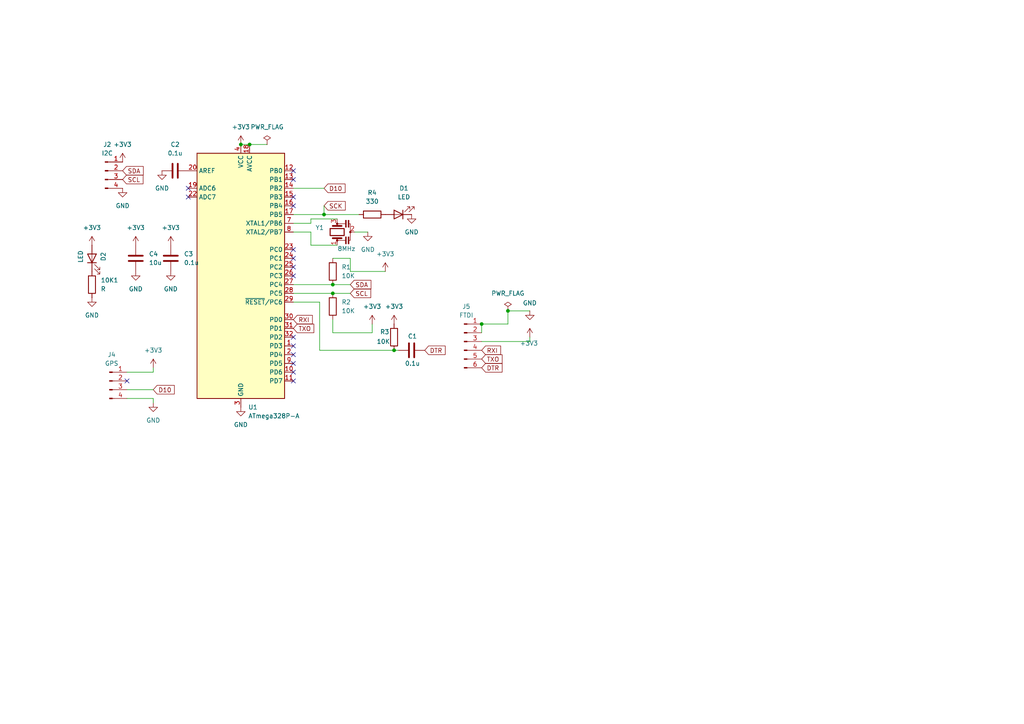
<source format=kicad_sch>
(kicad_sch
	(version 20250114)
	(generator "eeschema")
	(generator_version "9.0")
	(uuid "14dec164-f0b0-4d42-80e8-6eeb708f28c3")
	(paper "A4")
	(lib_symbols
		(symbol "Connector:Conn_01x04_Pin"
			(pin_names
				(offset 1.016)
				(hide yes)
			)
			(exclude_from_sim no)
			(in_bom yes)
			(on_board yes)
			(property "Reference" "J"
				(at 0 5.08 0)
				(effects
					(font
						(size 1.27 1.27)
					)
				)
			)
			(property "Value" "Conn_01x04_Pin"
				(at 0 -7.62 0)
				(effects
					(font
						(size 1.27 1.27)
					)
				)
			)
			(property "Footprint" ""
				(at 0 0 0)
				(effects
					(font
						(size 1.27 1.27)
					)
					(hide yes)
				)
			)
			(property "Datasheet" "~"
				(at 0 0 0)
				(effects
					(font
						(size 1.27 1.27)
					)
					(hide yes)
				)
			)
			(property "Description" "Generic connector, single row, 01x04, script generated"
				(at 0 0 0)
				(effects
					(font
						(size 1.27 1.27)
					)
					(hide yes)
				)
			)
			(property "ki_locked" ""
				(at 0 0 0)
				(effects
					(font
						(size 1.27 1.27)
					)
				)
			)
			(property "ki_keywords" "connector"
				(at 0 0 0)
				(effects
					(font
						(size 1.27 1.27)
					)
					(hide yes)
				)
			)
			(property "ki_fp_filters" "Connector*:*_1x??_*"
				(at 0 0 0)
				(effects
					(font
						(size 1.27 1.27)
					)
					(hide yes)
				)
			)
			(symbol "Conn_01x04_Pin_1_1"
				(rectangle
					(start 0.8636 2.667)
					(end 0 2.413)
					(stroke
						(width 0.1524)
						(type default)
					)
					(fill
						(type outline)
					)
				)
				(rectangle
					(start 0.8636 0.127)
					(end 0 -0.127)
					(stroke
						(width 0.1524)
						(type default)
					)
					(fill
						(type outline)
					)
				)
				(rectangle
					(start 0.8636 -2.413)
					(end 0 -2.667)
					(stroke
						(width 0.1524)
						(type default)
					)
					(fill
						(type outline)
					)
				)
				(rectangle
					(start 0.8636 -4.953)
					(end 0 -5.207)
					(stroke
						(width 0.1524)
						(type default)
					)
					(fill
						(type outline)
					)
				)
				(polyline
					(pts
						(xy 1.27 2.54) (xy 0.8636 2.54)
					)
					(stroke
						(width 0.1524)
						(type default)
					)
					(fill
						(type none)
					)
				)
				(polyline
					(pts
						(xy 1.27 0) (xy 0.8636 0)
					)
					(stroke
						(width 0.1524)
						(type default)
					)
					(fill
						(type none)
					)
				)
				(polyline
					(pts
						(xy 1.27 -2.54) (xy 0.8636 -2.54)
					)
					(stroke
						(width 0.1524)
						(type default)
					)
					(fill
						(type none)
					)
				)
				(polyline
					(pts
						(xy 1.27 -5.08) (xy 0.8636 -5.08)
					)
					(stroke
						(width 0.1524)
						(type default)
					)
					(fill
						(type none)
					)
				)
				(pin passive line
					(at 5.08 2.54 180)
					(length 3.81)
					(name "Pin_1"
						(effects
							(font
								(size 1.27 1.27)
							)
						)
					)
					(number "1"
						(effects
							(font
								(size 1.27 1.27)
							)
						)
					)
				)
				(pin passive line
					(at 5.08 0 180)
					(length 3.81)
					(name "Pin_2"
						(effects
							(font
								(size 1.27 1.27)
							)
						)
					)
					(number "2"
						(effects
							(font
								(size 1.27 1.27)
							)
						)
					)
				)
				(pin passive line
					(at 5.08 -2.54 180)
					(length 3.81)
					(name "Pin_3"
						(effects
							(font
								(size 1.27 1.27)
							)
						)
					)
					(number "3"
						(effects
							(font
								(size 1.27 1.27)
							)
						)
					)
				)
				(pin passive line
					(at 5.08 -5.08 180)
					(length 3.81)
					(name "Pin_4"
						(effects
							(font
								(size 1.27 1.27)
							)
						)
					)
					(number "4"
						(effects
							(font
								(size 1.27 1.27)
							)
						)
					)
				)
			)
			(embedded_fonts no)
		)
		(symbol "Connector:Conn_01x06_Pin"
			(pin_names
				(offset 1.016)
				(hide yes)
			)
			(exclude_from_sim no)
			(in_bom yes)
			(on_board yes)
			(property "Reference" "J"
				(at 0 7.62 0)
				(effects
					(font
						(size 1.27 1.27)
					)
				)
			)
			(property "Value" "Conn_01x06_Pin"
				(at 0 -10.16 0)
				(effects
					(font
						(size 1.27 1.27)
					)
				)
			)
			(property "Footprint" ""
				(at 0 0 0)
				(effects
					(font
						(size 1.27 1.27)
					)
					(hide yes)
				)
			)
			(property "Datasheet" "~"
				(at 0 0 0)
				(effects
					(font
						(size 1.27 1.27)
					)
					(hide yes)
				)
			)
			(property "Description" "Generic connector, single row, 01x06, script generated"
				(at 0 0 0)
				(effects
					(font
						(size 1.27 1.27)
					)
					(hide yes)
				)
			)
			(property "ki_locked" ""
				(at 0 0 0)
				(effects
					(font
						(size 1.27 1.27)
					)
				)
			)
			(property "ki_keywords" "connector"
				(at 0 0 0)
				(effects
					(font
						(size 1.27 1.27)
					)
					(hide yes)
				)
			)
			(property "ki_fp_filters" "Connector*:*_1x??_*"
				(at 0 0 0)
				(effects
					(font
						(size 1.27 1.27)
					)
					(hide yes)
				)
			)
			(symbol "Conn_01x06_Pin_1_1"
				(rectangle
					(start 0.8636 5.207)
					(end 0 4.953)
					(stroke
						(width 0.1524)
						(type default)
					)
					(fill
						(type outline)
					)
				)
				(rectangle
					(start 0.8636 2.667)
					(end 0 2.413)
					(stroke
						(width 0.1524)
						(type default)
					)
					(fill
						(type outline)
					)
				)
				(rectangle
					(start 0.8636 0.127)
					(end 0 -0.127)
					(stroke
						(width 0.1524)
						(type default)
					)
					(fill
						(type outline)
					)
				)
				(rectangle
					(start 0.8636 -2.413)
					(end 0 -2.667)
					(stroke
						(width 0.1524)
						(type default)
					)
					(fill
						(type outline)
					)
				)
				(rectangle
					(start 0.8636 -4.953)
					(end 0 -5.207)
					(stroke
						(width 0.1524)
						(type default)
					)
					(fill
						(type outline)
					)
				)
				(rectangle
					(start 0.8636 -7.493)
					(end 0 -7.747)
					(stroke
						(width 0.1524)
						(type default)
					)
					(fill
						(type outline)
					)
				)
				(polyline
					(pts
						(xy 1.27 5.08) (xy 0.8636 5.08)
					)
					(stroke
						(width 0.1524)
						(type default)
					)
					(fill
						(type none)
					)
				)
				(polyline
					(pts
						(xy 1.27 2.54) (xy 0.8636 2.54)
					)
					(stroke
						(width 0.1524)
						(type default)
					)
					(fill
						(type none)
					)
				)
				(polyline
					(pts
						(xy 1.27 0) (xy 0.8636 0)
					)
					(stroke
						(width 0.1524)
						(type default)
					)
					(fill
						(type none)
					)
				)
				(polyline
					(pts
						(xy 1.27 -2.54) (xy 0.8636 -2.54)
					)
					(stroke
						(width 0.1524)
						(type default)
					)
					(fill
						(type none)
					)
				)
				(polyline
					(pts
						(xy 1.27 -5.08) (xy 0.8636 -5.08)
					)
					(stroke
						(width 0.1524)
						(type default)
					)
					(fill
						(type none)
					)
				)
				(polyline
					(pts
						(xy 1.27 -7.62) (xy 0.8636 -7.62)
					)
					(stroke
						(width 0.1524)
						(type default)
					)
					(fill
						(type none)
					)
				)
				(pin passive line
					(at 5.08 5.08 180)
					(length 3.81)
					(name "Pin_1"
						(effects
							(font
								(size 1.27 1.27)
							)
						)
					)
					(number "1"
						(effects
							(font
								(size 1.27 1.27)
							)
						)
					)
				)
				(pin passive line
					(at 5.08 2.54 180)
					(length 3.81)
					(name "Pin_2"
						(effects
							(font
								(size 1.27 1.27)
							)
						)
					)
					(number "2"
						(effects
							(font
								(size 1.27 1.27)
							)
						)
					)
				)
				(pin passive line
					(at 5.08 0 180)
					(length 3.81)
					(name "Pin_3"
						(effects
							(font
								(size 1.27 1.27)
							)
						)
					)
					(number "3"
						(effects
							(font
								(size 1.27 1.27)
							)
						)
					)
				)
				(pin passive line
					(at 5.08 -2.54 180)
					(length 3.81)
					(name "Pin_4"
						(effects
							(font
								(size 1.27 1.27)
							)
						)
					)
					(number "4"
						(effects
							(font
								(size 1.27 1.27)
							)
						)
					)
				)
				(pin passive line
					(at 5.08 -5.08 180)
					(length 3.81)
					(name "Pin_5"
						(effects
							(font
								(size 1.27 1.27)
							)
						)
					)
					(number "5"
						(effects
							(font
								(size 1.27 1.27)
							)
						)
					)
				)
				(pin passive line
					(at 5.08 -7.62 180)
					(length 3.81)
					(name "Pin_6"
						(effects
							(font
								(size 1.27 1.27)
							)
						)
					)
					(number "6"
						(effects
							(font
								(size 1.27 1.27)
							)
						)
					)
				)
			)
			(embedded_fonts no)
		)
		(symbol "Device:C"
			(pin_numbers
				(hide yes)
			)
			(pin_names
				(offset 0.254)
			)
			(exclude_from_sim no)
			(in_bom yes)
			(on_board yes)
			(property "Reference" "C"
				(at 0.635 2.54 0)
				(effects
					(font
						(size 1.27 1.27)
					)
					(justify left)
				)
			)
			(property "Value" "C"
				(at 0.635 -2.54 0)
				(effects
					(font
						(size 1.27 1.27)
					)
					(justify left)
				)
			)
			(property "Footprint" ""
				(at 0.9652 -3.81 0)
				(effects
					(font
						(size 1.27 1.27)
					)
					(hide yes)
				)
			)
			(property "Datasheet" "~"
				(at 0 0 0)
				(effects
					(font
						(size 1.27 1.27)
					)
					(hide yes)
				)
			)
			(property "Description" "Unpolarized capacitor"
				(at 0 0 0)
				(effects
					(font
						(size 1.27 1.27)
					)
					(hide yes)
				)
			)
			(property "ki_keywords" "cap capacitor"
				(at 0 0 0)
				(effects
					(font
						(size 1.27 1.27)
					)
					(hide yes)
				)
			)
			(property "ki_fp_filters" "C_*"
				(at 0 0 0)
				(effects
					(font
						(size 1.27 1.27)
					)
					(hide yes)
				)
			)
			(symbol "C_0_1"
				(polyline
					(pts
						(xy -2.032 0.762) (xy 2.032 0.762)
					)
					(stroke
						(width 0.508)
						(type default)
					)
					(fill
						(type none)
					)
				)
				(polyline
					(pts
						(xy -2.032 -0.762) (xy 2.032 -0.762)
					)
					(stroke
						(width 0.508)
						(type default)
					)
					(fill
						(type none)
					)
				)
			)
			(symbol "C_1_1"
				(pin passive line
					(at 0 3.81 270)
					(length 2.794)
					(name "~"
						(effects
							(font
								(size 1.27 1.27)
							)
						)
					)
					(number "1"
						(effects
							(font
								(size 1.27 1.27)
							)
						)
					)
				)
				(pin passive line
					(at 0 -3.81 90)
					(length 2.794)
					(name "~"
						(effects
							(font
								(size 1.27 1.27)
							)
						)
					)
					(number "2"
						(effects
							(font
								(size 1.27 1.27)
							)
						)
					)
				)
			)
			(embedded_fonts no)
		)
		(symbol "Device:LED"
			(pin_numbers
				(hide yes)
			)
			(pin_names
				(offset 1.016)
				(hide yes)
			)
			(exclude_from_sim no)
			(in_bom yes)
			(on_board yes)
			(property "Reference" "D"
				(at 0 2.54 0)
				(effects
					(font
						(size 1.27 1.27)
					)
				)
			)
			(property "Value" "LED"
				(at 0 -2.54 0)
				(effects
					(font
						(size 1.27 1.27)
					)
				)
			)
			(property "Footprint" ""
				(at 0 0 0)
				(effects
					(font
						(size 1.27 1.27)
					)
					(hide yes)
				)
			)
			(property "Datasheet" "~"
				(at 0 0 0)
				(effects
					(font
						(size 1.27 1.27)
					)
					(hide yes)
				)
			)
			(property "Description" "Light emitting diode"
				(at 0 0 0)
				(effects
					(font
						(size 1.27 1.27)
					)
					(hide yes)
				)
			)
			(property "Sim.Pins" "1=K 2=A"
				(at 0 0 0)
				(effects
					(font
						(size 1.27 1.27)
					)
					(hide yes)
				)
			)
			(property "ki_keywords" "LED diode"
				(at 0 0 0)
				(effects
					(font
						(size 1.27 1.27)
					)
					(hide yes)
				)
			)
			(property "ki_fp_filters" "LED* LED_SMD:* LED_THT:*"
				(at 0 0 0)
				(effects
					(font
						(size 1.27 1.27)
					)
					(hide yes)
				)
			)
			(symbol "LED_0_1"
				(polyline
					(pts
						(xy -3.048 -0.762) (xy -4.572 -2.286) (xy -3.81 -2.286) (xy -4.572 -2.286) (xy -4.572 -1.524)
					)
					(stroke
						(width 0)
						(type default)
					)
					(fill
						(type none)
					)
				)
				(polyline
					(pts
						(xy -1.778 -0.762) (xy -3.302 -2.286) (xy -2.54 -2.286) (xy -3.302 -2.286) (xy -3.302 -1.524)
					)
					(stroke
						(width 0)
						(type default)
					)
					(fill
						(type none)
					)
				)
				(polyline
					(pts
						(xy -1.27 0) (xy 1.27 0)
					)
					(stroke
						(width 0)
						(type default)
					)
					(fill
						(type none)
					)
				)
				(polyline
					(pts
						(xy -1.27 -1.27) (xy -1.27 1.27)
					)
					(stroke
						(width 0.254)
						(type default)
					)
					(fill
						(type none)
					)
				)
				(polyline
					(pts
						(xy 1.27 -1.27) (xy 1.27 1.27) (xy -1.27 0) (xy 1.27 -1.27)
					)
					(stroke
						(width 0.254)
						(type default)
					)
					(fill
						(type none)
					)
				)
			)
			(symbol "LED_1_1"
				(pin passive line
					(at -3.81 0 0)
					(length 2.54)
					(name "K"
						(effects
							(font
								(size 1.27 1.27)
							)
						)
					)
					(number "1"
						(effects
							(font
								(size 1.27 1.27)
							)
						)
					)
				)
				(pin passive line
					(at 3.81 0 180)
					(length 2.54)
					(name "A"
						(effects
							(font
								(size 1.27 1.27)
							)
						)
					)
					(number "2"
						(effects
							(font
								(size 1.27 1.27)
							)
						)
					)
				)
			)
			(embedded_fonts no)
		)
		(symbol "Device:R"
			(pin_numbers
				(hide yes)
			)
			(pin_names
				(offset 0)
			)
			(exclude_from_sim no)
			(in_bom yes)
			(on_board yes)
			(property "Reference" "R"
				(at 2.032 0 90)
				(effects
					(font
						(size 1.27 1.27)
					)
				)
			)
			(property "Value" "R"
				(at 0 0 90)
				(effects
					(font
						(size 1.27 1.27)
					)
				)
			)
			(property "Footprint" ""
				(at -1.778 0 90)
				(effects
					(font
						(size 1.27 1.27)
					)
					(hide yes)
				)
			)
			(property "Datasheet" "~"
				(at 0 0 0)
				(effects
					(font
						(size 1.27 1.27)
					)
					(hide yes)
				)
			)
			(property "Description" "Resistor"
				(at 0 0 0)
				(effects
					(font
						(size 1.27 1.27)
					)
					(hide yes)
				)
			)
			(property "ki_keywords" "R res resistor"
				(at 0 0 0)
				(effects
					(font
						(size 1.27 1.27)
					)
					(hide yes)
				)
			)
			(property "ki_fp_filters" "R_*"
				(at 0 0 0)
				(effects
					(font
						(size 1.27 1.27)
					)
					(hide yes)
				)
			)
			(symbol "R_0_1"
				(rectangle
					(start -1.016 -2.54)
					(end 1.016 2.54)
					(stroke
						(width 0.254)
						(type default)
					)
					(fill
						(type none)
					)
				)
			)
			(symbol "R_1_1"
				(pin passive line
					(at 0 3.81 270)
					(length 1.27)
					(name "~"
						(effects
							(font
								(size 1.27 1.27)
							)
						)
					)
					(number "1"
						(effects
							(font
								(size 1.27 1.27)
							)
						)
					)
				)
				(pin passive line
					(at 0 -3.81 90)
					(length 1.27)
					(name "~"
						(effects
							(font
								(size 1.27 1.27)
							)
						)
					)
					(number "2"
						(effects
							(font
								(size 1.27 1.27)
							)
						)
					)
				)
			)
			(embedded_fonts no)
		)
		(symbol "Device:Resonator"
			(pin_names
				(offset 1.016)
				(hide yes)
			)
			(exclude_from_sim no)
			(in_bom yes)
			(on_board yes)
			(property "Reference" "Y"
				(at 0 5.715 0)
				(effects
					(font
						(size 1.27 1.27)
					)
				)
			)
			(property "Value" "Resonator"
				(at 0 3.81 0)
				(effects
					(font
						(size 1.27 1.27)
					)
				)
			)
			(property "Footprint" ""
				(at -0.635 0 0)
				(effects
					(font
						(size 1.27 1.27)
					)
					(hide yes)
				)
			)
			(property "Datasheet" "~"
				(at -0.635 0 0)
				(effects
					(font
						(size 1.27 1.27)
					)
					(hide yes)
				)
			)
			(property "Description" "Three pin ceramic resonator"
				(at 0 0 0)
				(effects
					(font
						(size 1.27 1.27)
					)
					(hide yes)
				)
			)
			(property "ki_keywords" "ceramic resonator"
				(at 0 0 0)
				(effects
					(font
						(size 1.27 1.27)
					)
					(hide yes)
				)
			)
			(property "ki_fp_filters" "Filter* Resonator*"
				(at 0 0 0)
				(effects
					(font
						(size 1.27 1.27)
					)
					(hide yes)
				)
			)
			(symbol "Resonator_0_1"
				(rectangle
					(start -3.429 -2.413)
					(end -1.397 -2.667)
					(stroke
						(width 0)
						(type default)
					)
					(fill
						(type outline)
					)
				)
				(rectangle
					(start -3.429 -3.175)
					(end -1.397 -3.429)
					(stroke
						(width 0)
						(type default)
					)
					(fill
						(type outline)
					)
				)
				(circle
					(center -2.413 0)
					(radius 0.254)
					(stroke
						(width 0)
						(type default)
					)
					(fill
						(type outline)
					)
				)
				(polyline
					(pts
						(xy -2.413 -2.413) (xy -2.413 0)
					)
					(stroke
						(width 0)
						(type default)
					)
					(fill
						(type none)
					)
				)
				(polyline
					(pts
						(xy -1.905 0) (xy -3.175 0)
					)
					(stroke
						(width 0)
						(type default)
					)
					(fill
						(type none)
					)
				)
				(polyline
					(pts
						(xy -1.778 -1.27) (xy -1.778 1.27)
					)
					(stroke
						(width 0.508)
						(type default)
					)
					(fill
						(type none)
					)
				)
				(rectangle
					(start -1.016 2.032)
					(end 1.016 -2.032)
					(stroke
						(width 0.3048)
						(type default)
					)
					(fill
						(type none)
					)
				)
				(circle
					(center 0 -3.81)
					(radius 0.254)
					(stroke
						(width 0)
						(type default)
					)
					(fill
						(type outline)
					)
				)
				(rectangle
					(start 1.397 -2.413)
					(end 3.429 -2.667)
					(stroke
						(width 0)
						(type default)
					)
					(fill
						(type outline)
					)
				)
				(rectangle
					(start 1.397 -3.175)
					(end 3.429 -3.429)
					(stroke
						(width 0)
						(type default)
					)
					(fill
						(type outline)
					)
				)
				(polyline
					(pts
						(xy 1.778 -1.27) (xy 1.778 1.27)
					)
					(stroke
						(width 0.508)
						(type default)
					)
					(fill
						(type none)
					)
				)
				(polyline
					(pts
						(xy 1.905 0) (xy 2.54 0)
					)
					(stroke
						(width 0)
						(type default)
					)
					(fill
						(type none)
					)
				)
				(polyline
					(pts
						(xy 2.413 0) (xy 2.413 -2.54)
					)
					(stroke
						(width 0)
						(type default)
					)
					(fill
						(type none)
					)
				)
				(circle
					(center 2.413 0)
					(radius 0.254)
					(stroke
						(width 0)
						(type default)
					)
					(fill
						(type outline)
					)
				)
				(polyline
					(pts
						(xy 2.413 -3.302) (xy 2.413 -3.81) (xy -2.413 -3.81) (xy -2.413 -3.302)
					)
					(stroke
						(width 0)
						(type default)
					)
					(fill
						(type none)
					)
				)
			)
			(symbol "Resonator_1_1"
				(pin passive line
					(at -3.81 0 0)
					(length 1.27)
					(name "1"
						(effects
							(font
								(size 1.27 1.27)
							)
						)
					)
					(number "1"
						(effects
							(font
								(size 1.27 1.27)
							)
						)
					)
				)
				(pin passive line
					(at 0 -5.08 90)
					(length 1.27)
					(name "2"
						(effects
							(font
								(size 1.27 1.27)
							)
						)
					)
					(number "2"
						(effects
							(font
								(size 1.27 1.27)
							)
						)
					)
				)
				(pin passive line
					(at 3.81 0 180)
					(length 1.27)
					(name "3"
						(effects
							(font
								(size 1.27 1.27)
							)
						)
					)
					(number "3"
						(effects
							(font
								(size 1.27 1.27)
							)
						)
					)
				)
			)
			(embedded_fonts no)
		)
		(symbol "MCU_Microchip_ATmega:ATmega328P-A"
			(exclude_from_sim no)
			(in_bom yes)
			(on_board yes)
			(property "Reference" "U"
				(at -12.7 36.83 0)
				(effects
					(font
						(size 1.27 1.27)
					)
					(justify left bottom)
				)
			)
			(property "Value" "ATmega328P-A"
				(at 2.54 -36.83 0)
				(effects
					(font
						(size 1.27 1.27)
					)
					(justify left top)
				)
			)
			(property "Footprint" "Package_QFP:TQFP-32_7x7mm_P0.8mm"
				(at 0 0 0)
				(effects
					(font
						(size 1.27 1.27)
						(italic yes)
					)
					(hide yes)
				)
			)
			(property "Datasheet" "http://ww1.microchip.com/downloads/en/DeviceDoc/ATmega328_P%20AVR%20MCU%20with%20picoPower%20Technology%20Data%20Sheet%2040001984A.pdf"
				(at 0 0 0)
				(effects
					(font
						(size 1.27 1.27)
					)
					(hide yes)
				)
			)
			(property "Description" "20MHz, 32kB Flash, 2kB SRAM, 1kB EEPROM, TQFP-32"
				(at 0 0 0)
				(effects
					(font
						(size 1.27 1.27)
					)
					(hide yes)
				)
			)
			(property "ki_keywords" "AVR 8bit Microcontroller MegaAVR PicoPower"
				(at 0 0 0)
				(effects
					(font
						(size 1.27 1.27)
					)
					(hide yes)
				)
			)
			(property "ki_fp_filters" "TQFP*7x7mm*P0.8mm*"
				(at 0 0 0)
				(effects
					(font
						(size 1.27 1.27)
					)
					(hide yes)
				)
			)
			(symbol "ATmega328P-A_0_1"
				(rectangle
					(start -12.7 -35.56)
					(end 12.7 35.56)
					(stroke
						(width 0.254)
						(type default)
					)
					(fill
						(type background)
					)
				)
			)
			(symbol "ATmega328P-A_1_1"
				(pin passive line
					(at -15.24 30.48 0)
					(length 2.54)
					(name "AREF"
						(effects
							(font
								(size 1.27 1.27)
							)
						)
					)
					(number "20"
						(effects
							(font
								(size 1.27 1.27)
							)
						)
					)
				)
				(pin input line
					(at -15.24 25.4 0)
					(length 2.54)
					(name "ADC6"
						(effects
							(font
								(size 1.27 1.27)
							)
						)
					)
					(number "19"
						(effects
							(font
								(size 1.27 1.27)
							)
						)
					)
				)
				(pin input line
					(at -15.24 22.86 0)
					(length 2.54)
					(name "ADC7"
						(effects
							(font
								(size 1.27 1.27)
							)
						)
					)
					(number "22"
						(effects
							(font
								(size 1.27 1.27)
							)
						)
					)
				)
				(pin power_in line
					(at 0 38.1 270)
					(length 2.54)
					(name "VCC"
						(effects
							(font
								(size 1.27 1.27)
							)
						)
					)
					(number "4"
						(effects
							(font
								(size 1.27 1.27)
							)
						)
					)
				)
				(pin passive line
					(at 0 38.1 270)
					(length 2.54)
					(hide yes)
					(name "VCC"
						(effects
							(font
								(size 1.27 1.27)
							)
						)
					)
					(number "6"
						(effects
							(font
								(size 1.27 1.27)
							)
						)
					)
				)
				(pin passive line
					(at 0 -38.1 90)
					(length 2.54)
					(hide yes)
					(name "GND"
						(effects
							(font
								(size 1.27 1.27)
							)
						)
					)
					(number "21"
						(effects
							(font
								(size 1.27 1.27)
							)
						)
					)
				)
				(pin power_in line
					(at 0 -38.1 90)
					(length 2.54)
					(name "GND"
						(effects
							(font
								(size 1.27 1.27)
							)
						)
					)
					(number "3"
						(effects
							(font
								(size 1.27 1.27)
							)
						)
					)
				)
				(pin passive line
					(at 0 -38.1 90)
					(length 2.54)
					(hide yes)
					(name "GND"
						(effects
							(font
								(size 1.27 1.27)
							)
						)
					)
					(number "5"
						(effects
							(font
								(size 1.27 1.27)
							)
						)
					)
				)
				(pin power_in line
					(at 2.54 38.1 270)
					(length 2.54)
					(name "AVCC"
						(effects
							(font
								(size 1.27 1.27)
							)
						)
					)
					(number "18"
						(effects
							(font
								(size 1.27 1.27)
							)
						)
					)
				)
				(pin bidirectional line
					(at 15.24 30.48 180)
					(length 2.54)
					(name "PB0"
						(effects
							(font
								(size 1.27 1.27)
							)
						)
					)
					(number "12"
						(effects
							(font
								(size 1.27 1.27)
							)
						)
					)
				)
				(pin bidirectional line
					(at 15.24 27.94 180)
					(length 2.54)
					(name "PB1"
						(effects
							(font
								(size 1.27 1.27)
							)
						)
					)
					(number "13"
						(effects
							(font
								(size 1.27 1.27)
							)
						)
					)
				)
				(pin bidirectional line
					(at 15.24 25.4 180)
					(length 2.54)
					(name "PB2"
						(effects
							(font
								(size 1.27 1.27)
							)
						)
					)
					(number "14"
						(effects
							(font
								(size 1.27 1.27)
							)
						)
					)
				)
				(pin bidirectional line
					(at 15.24 22.86 180)
					(length 2.54)
					(name "PB3"
						(effects
							(font
								(size 1.27 1.27)
							)
						)
					)
					(number "15"
						(effects
							(font
								(size 1.27 1.27)
							)
						)
					)
				)
				(pin bidirectional line
					(at 15.24 20.32 180)
					(length 2.54)
					(name "PB4"
						(effects
							(font
								(size 1.27 1.27)
							)
						)
					)
					(number "16"
						(effects
							(font
								(size 1.27 1.27)
							)
						)
					)
				)
				(pin bidirectional line
					(at 15.24 17.78 180)
					(length 2.54)
					(name "PB5"
						(effects
							(font
								(size 1.27 1.27)
							)
						)
					)
					(number "17"
						(effects
							(font
								(size 1.27 1.27)
							)
						)
					)
				)
				(pin bidirectional line
					(at 15.24 15.24 180)
					(length 2.54)
					(name "XTAL1/PB6"
						(effects
							(font
								(size 1.27 1.27)
							)
						)
					)
					(number "7"
						(effects
							(font
								(size 1.27 1.27)
							)
						)
					)
				)
				(pin bidirectional line
					(at 15.24 12.7 180)
					(length 2.54)
					(name "XTAL2/PB7"
						(effects
							(font
								(size 1.27 1.27)
							)
						)
					)
					(number "8"
						(effects
							(font
								(size 1.27 1.27)
							)
						)
					)
				)
				(pin bidirectional line
					(at 15.24 7.62 180)
					(length 2.54)
					(name "PC0"
						(effects
							(font
								(size 1.27 1.27)
							)
						)
					)
					(number "23"
						(effects
							(font
								(size 1.27 1.27)
							)
						)
					)
				)
				(pin bidirectional line
					(at 15.24 5.08 180)
					(length 2.54)
					(name "PC1"
						(effects
							(font
								(size 1.27 1.27)
							)
						)
					)
					(number "24"
						(effects
							(font
								(size 1.27 1.27)
							)
						)
					)
				)
				(pin bidirectional line
					(at 15.24 2.54 180)
					(length 2.54)
					(name "PC2"
						(effects
							(font
								(size 1.27 1.27)
							)
						)
					)
					(number "25"
						(effects
							(font
								(size 1.27 1.27)
							)
						)
					)
				)
				(pin bidirectional line
					(at 15.24 0 180)
					(length 2.54)
					(name "PC3"
						(effects
							(font
								(size 1.27 1.27)
							)
						)
					)
					(number "26"
						(effects
							(font
								(size 1.27 1.27)
							)
						)
					)
				)
				(pin bidirectional line
					(at 15.24 -2.54 180)
					(length 2.54)
					(name "PC4"
						(effects
							(font
								(size 1.27 1.27)
							)
						)
					)
					(number "27"
						(effects
							(font
								(size 1.27 1.27)
							)
						)
					)
				)
				(pin bidirectional line
					(at 15.24 -5.08 180)
					(length 2.54)
					(name "PC5"
						(effects
							(font
								(size 1.27 1.27)
							)
						)
					)
					(number "28"
						(effects
							(font
								(size 1.27 1.27)
							)
						)
					)
				)
				(pin bidirectional line
					(at 15.24 -7.62 180)
					(length 2.54)
					(name "~{RESET}/PC6"
						(effects
							(font
								(size 1.27 1.27)
							)
						)
					)
					(number "29"
						(effects
							(font
								(size 1.27 1.27)
							)
						)
					)
				)
				(pin bidirectional line
					(at 15.24 -12.7 180)
					(length 2.54)
					(name "PD0"
						(effects
							(font
								(size 1.27 1.27)
							)
						)
					)
					(number "30"
						(effects
							(font
								(size 1.27 1.27)
							)
						)
					)
				)
				(pin bidirectional line
					(at 15.24 -15.24 180)
					(length 2.54)
					(name "PD1"
						(effects
							(font
								(size 1.27 1.27)
							)
						)
					)
					(number "31"
						(effects
							(font
								(size 1.27 1.27)
							)
						)
					)
				)
				(pin bidirectional line
					(at 15.24 -17.78 180)
					(length 2.54)
					(name "PD2"
						(effects
							(font
								(size 1.27 1.27)
							)
						)
					)
					(number "32"
						(effects
							(font
								(size 1.27 1.27)
							)
						)
					)
				)
				(pin bidirectional line
					(at 15.24 -20.32 180)
					(length 2.54)
					(name "PD3"
						(effects
							(font
								(size 1.27 1.27)
							)
						)
					)
					(number "1"
						(effects
							(font
								(size 1.27 1.27)
							)
						)
					)
				)
				(pin bidirectional line
					(at 15.24 -22.86 180)
					(length 2.54)
					(name "PD4"
						(effects
							(font
								(size 1.27 1.27)
							)
						)
					)
					(number "2"
						(effects
							(font
								(size 1.27 1.27)
							)
						)
					)
				)
				(pin bidirectional line
					(at 15.24 -25.4 180)
					(length 2.54)
					(name "PD5"
						(effects
							(font
								(size 1.27 1.27)
							)
						)
					)
					(number "9"
						(effects
							(font
								(size 1.27 1.27)
							)
						)
					)
				)
				(pin bidirectional line
					(at 15.24 -27.94 180)
					(length 2.54)
					(name "PD6"
						(effects
							(font
								(size 1.27 1.27)
							)
						)
					)
					(number "10"
						(effects
							(font
								(size 1.27 1.27)
							)
						)
					)
				)
				(pin bidirectional line
					(at 15.24 -30.48 180)
					(length 2.54)
					(name "PD7"
						(effects
							(font
								(size 1.27 1.27)
							)
						)
					)
					(number "11"
						(effects
							(font
								(size 1.27 1.27)
							)
						)
					)
				)
			)
			(embedded_fonts no)
		)
		(symbol "power:+3V3"
			(power)
			(pin_numbers
				(hide yes)
			)
			(pin_names
				(offset 0)
				(hide yes)
			)
			(exclude_from_sim no)
			(in_bom yes)
			(on_board yes)
			(property "Reference" "#PWR"
				(at 0 -3.81 0)
				(effects
					(font
						(size 1.27 1.27)
					)
					(hide yes)
				)
			)
			(property "Value" "+3V3"
				(at 0 3.556 0)
				(effects
					(font
						(size 1.27 1.27)
					)
				)
			)
			(property "Footprint" ""
				(at 0 0 0)
				(effects
					(font
						(size 1.27 1.27)
					)
					(hide yes)
				)
			)
			(property "Datasheet" ""
				(at 0 0 0)
				(effects
					(font
						(size 1.27 1.27)
					)
					(hide yes)
				)
			)
			(property "Description" "Power symbol creates a global label with name \"+3V3\""
				(at 0 0 0)
				(effects
					(font
						(size 1.27 1.27)
					)
					(hide yes)
				)
			)
			(property "ki_keywords" "global power"
				(at 0 0 0)
				(effects
					(font
						(size 1.27 1.27)
					)
					(hide yes)
				)
			)
			(symbol "+3V3_0_1"
				(polyline
					(pts
						(xy -0.762 1.27) (xy 0 2.54)
					)
					(stroke
						(width 0)
						(type default)
					)
					(fill
						(type none)
					)
				)
				(polyline
					(pts
						(xy 0 2.54) (xy 0.762 1.27)
					)
					(stroke
						(width 0)
						(type default)
					)
					(fill
						(type none)
					)
				)
				(polyline
					(pts
						(xy 0 0) (xy 0 2.54)
					)
					(stroke
						(width 0)
						(type default)
					)
					(fill
						(type none)
					)
				)
			)
			(symbol "+3V3_1_1"
				(pin power_in line
					(at 0 0 90)
					(length 0)
					(name "~"
						(effects
							(font
								(size 1.27 1.27)
							)
						)
					)
					(number "1"
						(effects
							(font
								(size 1.27 1.27)
							)
						)
					)
				)
			)
			(embedded_fonts no)
		)
		(symbol "power:GND"
			(power)
			(pin_numbers
				(hide yes)
			)
			(pin_names
				(offset 0)
				(hide yes)
			)
			(exclude_from_sim no)
			(in_bom yes)
			(on_board yes)
			(property "Reference" "#PWR"
				(at 0 -6.35 0)
				(effects
					(font
						(size 1.27 1.27)
					)
					(hide yes)
				)
			)
			(property "Value" "GND"
				(at 0 -3.81 0)
				(effects
					(font
						(size 1.27 1.27)
					)
				)
			)
			(property "Footprint" ""
				(at 0 0 0)
				(effects
					(font
						(size 1.27 1.27)
					)
					(hide yes)
				)
			)
			(property "Datasheet" ""
				(at 0 0 0)
				(effects
					(font
						(size 1.27 1.27)
					)
					(hide yes)
				)
			)
			(property "Description" "Power symbol creates a global label with name \"GND\" , ground"
				(at 0 0 0)
				(effects
					(font
						(size 1.27 1.27)
					)
					(hide yes)
				)
			)
			(property "ki_keywords" "global power"
				(at 0 0 0)
				(effects
					(font
						(size 1.27 1.27)
					)
					(hide yes)
				)
			)
			(symbol "GND_0_1"
				(polyline
					(pts
						(xy 0 0) (xy 0 -1.27) (xy 1.27 -1.27) (xy 0 -2.54) (xy -1.27 -1.27) (xy 0 -1.27)
					)
					(stroke
						(width 0)
						(type default)
					)
					(fill
						(type none)
					)
				)
			)
			(symbol "GND_1_1"
				(pin power_in line
					(at 0 0 270)
					(length 0)
					(name "~"
						(effects
							(font
								(size 1.27 1.27)
							)
						)
					)
					(number "1"
						(effects
							(font
								(size 1.27 1.27)
							)
						)
					)
				)
			)
			(embedded_fonts no)
		)
		(symbol "power:PWR_FLAG"
			(power)
			(pin_numbers
				(hide yes)
			)
			(pin_names
				(offset 0)
				(hide yes)
			)
			(exclude_from_sim no)
			(in_bom yes)
			(on_board yes)
			(property "Reference" "#FLG"
				(at 0 1.905 0)
				(effects
					(font
						(size 1.27 1.27)
					)
					(hide yes)
				)
			)
			(property "Value" "PWR_FLAG"
				(at 0 3.81 0)
				(effects
					(font
						(size 1.27 1.27)
					)
				)
			)
			(property "Footprint" ""
				(at 0 0 0)
				(effects
					(font
						(size 1.27 1.27)
					)
					(hide yes)
				)
			)
			(property "Datasheet" "~"
				(at 0 0 0)
				(effects
					(font
						(size 1.27 1.27)
					)
					(hide yes)
				)
			)
			(property "Description" "Special symbol for telling ERC where power comes from"
				(at 0 0 0)
				(effects
					(font
						(size 1.27 1.27)
					)
					(hide yes)
				)
			)
			(property "ki_keywords" "flag power"
				(at 0 0 0)
				(effects
					(font
						(size 1.27 1.27)
					)
					(hide yes)
				)
			)
			(symbol "PWR_FLAG_0_0"
				(pin power_out line
					(at 0 0 90)
					(length 0)
					(name "~"
						(effects
							(font
								(size 1.27 1.27)
							)
						)
					)
					(number "1"
						(effects
							(font
								(size 1.27 1.27)
							)
						)
					)
				)
			)
			(symbol "PWR_FLAG_0_1"
				(polyline
					(pts
						(xy 0 0) (xy 0 1.27) (xy -1.016 1.905) (xy 0 2.54) (xy 1.016 1.905) (xy 0 1.27)
					)
					(stroke
						(width 0)
						(type default)
					)
					(fill
						(type none)
					)
				)
			)
			(embedded_fonts no)
		)
	)
	(junction
		(at 93.98 62.23)
		(diameter 0)
		(color 0 0 0 0)
		(uuid "28d27255-e291-4828-be89-f2d63f9af4f1")
	)
	(junction
		(at 96.52 85.09)
		(diameter 0)
		(color 0 0 0 0)
		(uuid "4cf7a98e-3575-4ef1-ba76-f54b73cb356f")
	)
	(junction
		(at 114.3 101.6)
		(diameter 0)
		(color 0 0 0 0)
		(uuid "7f65877c-b63a-4428-ba00-235ea4b82811")
	)
	(junction
		(at 147.32 90.17)
		(diameter 0)
		(color 0 0 0 0)
		(uuid "b13dfe3a-b681-44f8-bdd8-d8ab8b0af898")
	)
	(junction
		(at 72.39 41.91)
		(diameter 0)
		(color 0 0 0 0)
		(uuid "b46fe9d0-43e4-4cb0-8ab4-75b12a896adf")
	)
	(junction
		(at 69.85 41.91)
		(diameter 0)
		(color 0 0 0 0)
		(uuid "dfb71b45-c442-4397-82d2-aa6edca0c8ea")
	)
	(junction
		(at 96.52 82.55)
		(diameter 0)
		(color 0 0 0 0)
		(uuid "e80c0ad2-75bf-4f29-9791-3311d3cf5c5e")
	)
	(junction
		(at 139.7 93.98)
		(diameter 0)
		(color 0 0 0 0)
		(uuid "f60e9006-f646-4c7d-9057-faab092ba4de")
	)
	(no_connect
		(at 85.09 107.95)
		(uuid "2b6d505f-e047-4258-b6a7-7171fdc86a18")
	)
	(no_connect
		(at 54.61 54.61)
		(uuid "37af04f2-9324-4ed9-ab07-7d6cd6e8b548")
	)
	(no_connect
		(at 54.61 57.15)
		(uuid "3a6a5c6c-7eae-4c21-a8e1-f652bea646fa")
	)
	(no_connect
		(at 85.09 52.07)
		(uuid "583af828-6fb4-473c-b7d1-91753ed3535f")
	)
	(no_connect
		(at 85.09 100.33)
		(uuid "59f1a6cb-ee6f-405d-aff6-961ff7f29825")
	)
	(no_connect
		(at 85.09 80.01)
		(uuid "6cd1576b-08d3-4929-9de6-25cdb798cb76")
	)
	(no_connect
		(at 85.09 74.93)
		(uuid "6dfcbceb-9aa3-4915-9cc2-4cf808b9fb9d")
	)
	(no_connect
		(at 85.09 102.87)
		(uuid "8a39c36f-fb82-43f4-8841-4244c77cdd6f")
	)
	(no_connect
		(at 85.09 77.47)
		(uuid "8a70b695-6c33-4c6d-85f0-2d2dc71c6bef")
	)
	(no_connect
		(at 85.09 57.15)
		(uuid "94a7c556-72ea-4bf7-b050-ea95e39402ab")
	)
	(no_connect
		(at 36.83 110.49)
		(uuid "a5288033-ba64-40ea-a257-1aa27608cb29")
	)
	(no_connect
		(at 85.09 72.39)
		(uuid "a8f53372-79b0-4fc1-9cf2-67f60706b33f")
	)
	(no_connect
		(at 85.09 49.53)
		(uuid "c4b4ef85-dc92-4dec-9bc4-3efee84610e3")
	)
	(no_connect
		(at 85.09 59.69)
		(uuid "c5bd35b3-edd7-4d6f-b89c-24ac4ce2ea20")
	)
	(no_connect
		(at 85.09 110.49)
		(uuid "d21c1225-972b-4afc-b23c-241dc15e8cc5")
	)
	(no_connect
		(at 85.09 105.41)
		(uuid "ef88b6e6-a0a6-4e3e-b3ce-795ea3b667eb")
	)
	(no_connect
		(at 85.09 97.79)
		(uuid "f9980698-eb44-4065-86ef-636643216d63")
	)
	(wire
		(pts
			(xy 44.45 107.95) (xy 44.45 106.68)
		)
		(stroke
			(width 0)
			(type default)
		)
		(uuid "00156fd9-0707-42f5-8ce7-dcafd36a83f0")
	)
	(wire
		(pts
			(xy 101.6 74.93) (xy 96.52 74.93)
		)
		(stroke
			(width 0)
			(type default)
		)
		(uuid "04b16368-5122-409b-9283-e243d6901809")
	)
	(wire
		(pts
			(xy 96.52 82.55) (xy 101.6 82.55)
		)
		(stroke
			(width 0)
			(type default)
		)
		(uuid "052ebd0e-6563-4264-9d27-f6bdb056a8ae")
	)
	(wire
		(pts
			(xy 69.85 41.91) (xy 72.39 41.91)
		)
		(stroke
			(width 0)
			(type default)
		)
		(uuid "1a97aa39-948c-4ec6-9733-990cf8be7bf2")
	)
	(wire
		(pts
			(xy 90.17 71.12) (xy 97.79 71.12)
		)
		(stroke
			(width 0)
			(type default)
		)
		(uuid "1f1267bf-9d04-4ec8-afd4-c55595c87d80")
	)
	(wire
		(pts
			(xy 153.67 99.06) (xy 153.67 97.79)
		)
		(stroke
			(width 0)
			(type default)
		)
		(uuid "3d0991ff-3783-4389-bcc7-b9be3cd2b94c")
	)
	(wire
		(pts
			(xy 96.52 96.52) (xy 96.52 92.71)
		)
		(stroke
			(width 0)
			(type default)
		)
		(uuid "3e7975e1-31b8-4c19-a266-2b636b6395d2")
	)
	(wire
		(pts
			(xy 101.6 78.74) (xy 101.6 74.93)
		)
		(stroke
			(width 0)
			(type default)
		)
		(uuid "47ef2869-af65-4cd7-9611-4f16d871d144")
	)
	(wire
		(pts
			(xy 147.32 90.17) (xy 147.32 93.98)
		)
		(stroke
			(width 0)
			(type default)
		)
		(uuid "517928a2-cc0c-44d1-b949-b36009706381")
	)
	(wire
		(pts
			(xy 85.09 87.63) (xy 92.71 87.63)
		)
		(stroke
			(width 0)
			(type default)
		)
		(uuid "57d089ec-892e-4ebc-98a3-66a0fe6b075c")
	)
	(wire
		(pts
			(xy 96.52 85.09) (xy 101.6 85.09)
		)
		(stroke
			(width 0)
			(type default)
		)
		(uuid "57eb8076-0071-48f5-b214-5f2b84fdaab3")
	)
	(wire
		(pts
			(xy 36.83 115.57) (xy 44.45 115.57)
		)
		(stroke
			(width 0)
			(type default)
		)
		(uuid "5ac98cbc-92b0-44eb-a1ee-b89446daba57")
	)
	(wire
		(pts
			(xy 85.09 67.31) (xy 90.17 67.31)
		)
		(stroke
			(width 0)
			(type default)
		)
		(uuid "5c7306dc-d434-46f8-b078-8ae3f1a129f9")
	)
	(wire
		(pts
			(xy 44.45 115.57) (xy 44.45 116.84)
		)
		(stroke
			(width 0)
			(type default)
		)
		(uuid "5f44c055-0b50-4e5b-b933-81a8d8325fc1")
	)
	(wire
		(pts
			(xy 36.83 107.95) (xy 44.45 107.95)
		)
		(stroke
			(width 0)
			(type default)
		)
		(uuid "650c0fd6-8a76-4770-8449-38696f9a727a")
	)
	(wire
		(pts
			(xy 90.17 63.5) (xy 97.79 63.5)
		)
		(stroke
			(width 0)
			(type default)
		)
		(uuid "6534470d-b256-48c6-86d2-f94331398745")
	)
	(wire
		(pts
			(xy 93.98 62.23) (xy 104.14 62.23)
		)
		(stroke
			(width 0)
			(type default)
		)
		(uuid "65c6d78c-8aaf-4c13-b912-848c2ffb1e05")
	)
	(wire
		(pts
			(xy 85.09 85.09) (xy 96.52 85.09)
		)
		(stroke
			(width 0)
			(type default)
		)
		(uuid "7e8c66e2-0a90-4219-9eb8-7d2ac0e66fab")
	)
	(wire
		(pts
			(xy 139.7 99.06) (xy 153.67 99.06)
		)
		(stroke
			(width 0)
			(type default)
		)
		(uuid "8b731269-6482-4e81-b0b5-2964262653a8")
	)
	(wire
		(pts
			(xy 102.87 67.31) (xy 106.68 67.31)
		)
		(stroke
			(width 0)
			(type default)
		)
		(uuid "8dd690ba-b72a-4e02-9d0b-c18681d29976")
	)
	(wire
		(pts
			(xy 111.76 78.74) (xy 101.6 78.74)
		)
		(stroke
			(width 0)
			(type default)
		)
		(uuid "9c9f3126-21c3-406e-8f9a-cc6a9e162b87")
	)
	(wire
		(pts
			(xy 92.71 101.6) (xy 114.3 101.6)
		)
		(stroke
			(width 0)
			(type default)
		)
		(uuid "9fb0e69f-d80b-408d-9ed2-17cac96ae064")
	)
	(wire
		(pts
			(xy 90.17 67.31) (xy 90.17 71.12)
		)
		(stroke
			(width 0)
			(type default)
		)
		(uuid "a1966992-6638-466f-867a-9dbdbb79846e")
	)
	(wire
		(pts
			(xy 107.95 96.52) (xy 107.95 93.98)
		)
		(stroke
			(width 0)
			(type default)
		)
		(uuid "a575c9ea-e0fb-47d0-a4a6-7d9a4ad0eded")
	)
	(wire
		(pts
			(xy 72.39 41.91) (xy 77.47 41.91)
		)
		(stroke
			(width 0)
			(type default)
		)
		(uuid "a7cc558a-093e-4d44-ac9e-e5c6eecd8f1f")
	)
	(wire
		(pts
			(xy 147.32 90.17) (xy 153.67 90.17)
		)
		(stroke
			(width 0)
			(type default)
		)
		(uuid "a8ef416b-d304-4359-9181-201df80ca9da")
	)
	(wire
		(pts
			(xy 85.09 82.55) (xy 96.52 82.55)
		)
		(stroke
			(width 0)
			(type default)
		)
		(uuid "b60ce5d5-de26-439d-9ae8-c0dff100d420")
	)
	(wire
		(pts
			(xy 92.71 87.63) (xy 92.71 101.6)
		)
		(stroke
			(width 0)
			(type default)
		)
		(uuid "be0b862b-8925-4479-b83a-79c3259a3a7e")
	)
	(wire
		(pts
			(xy 85.09 64.77) (xy 90.17 64.77)
		)
		(stroke
			(width 0)
			(type default)
		)
		(uuid "be14b1b4-7601-497b-8f76-07c063d79a14")
	)
	(wire
		(pts
			(xy 90.17 64.77) (xy 90.17 63.5)
		)
		(stroke
			(width 0)
			(type default)
		)
		(uuid "be16d32e-1ffb-4cc6-8ee1-2679c11ab5d5")
	)
	(wire
		(pts
			(xy 85.09 54.61) (xy 93.98 54.61)
		)
		(stroke
			(width 0)
			(type default)
		)
		(uuid "c387970a-cade-46ce-8a98-d0a0de0637c7")
	)
	(wire
		(pts
			(xy 85.09 62.23) (xy 93.98 62.23)
		)
		(stroke
			(width 0)
			(type default)
		)
		(uuid "d0a8a097-dcf2-4804-a454-8d2400f12c8f")
	)
	(wire
		(pts
			(xy 139.7 93.98) (xy 139.7 96.52)
		)
		(stroke
			(width 0)
			(type default)
		)
		(uuid "d3c53e86-4626-4205-8342-73dc707152be")
	)
	(wire
		(pts
			(xy 107.95 96.52) (xy 96.52 96.52)
		)
		(stroke
			(width 0)
			(type default)
		)
		(uuid "ecd50482-5b2e-4292-9961-cb2ab094bc3f")
	)
	(wire
		(pts
			(xy 114.3 101.6) (xy 115.57 101.6)
		)
		(stroke
			(width 0)
			(type default)
		)
		(uuid "f6c08e58-026f-48b7-a997-cf11230bd156")
	)
	(wire
		(pts
			(xy 93.98 59.69) (xy 93.98 62.23)
		)
		(stroke
			(width 0)
			(type default)
		)
		(uuid "f78e122c-a827-490c-a31f-7f1462f779d1")
	)
	(wire
		(pts
			(xy 147.32 93.98) (xy 139.7 93.98)
		)
		(stroke
			(width 0)
			(type default)
		)
		(uuid "fa42e9d1-071a-476a-a706-f06f50eb990b")
	)
	(wire
		(pts
			(xy 36.83 113.03) (xy 44.45 113.03)
		)
		(stroke
			(width 0)
			(type default)
		)
		(uuid "fae36e0f-f761-48c7-a7dd-c0b9d7f87b75")
	)
	(global_label "SDA"
		(shape input)
		(at 35.56 49.53 0)
		(fields_autoplaced yes)
		(effects
			(font
				(size 1.27 1.27)
			)
			(justify left)
		)
		(uuid "11ec91c2-50e6-40f5-98b2-e58621bbf51d")
		(property "Intersheetrefs" "${INTERSHEET_REFS}"
			(at 42.1133 49.53 0)
			(effects
				(font
					(size 1.27 1.27)
				)
				(justify left)
				(hide yes)
			)
		)
	)
	(global_label "RXI"
		(shape input)
		(at 85.09 92.71 0)
		(fields_autoplaced yes)
		(effects
			(font
				(size 1.27 1.27)
			)
			(justify left)
		)
		(uuid "2134d56f-ec05-478a-a9dd-22c0f3f9303f")
		(property "Intersheetrefs" "${INTERSHEET_REFS}"
			(at 91.1595 92.71 0)
			(effects
				(font
					(size 1.27 1.27)
				)
				(justify left)
				(hide yes)
			)
		)
	)
	(global_label "DTR"
		(shape input)
		(at 139.7 106.68 0)
		(fields_autoplaced yes)
		(effects
			(font
				(size 1.27 1.27)
			)
			(justify left)
		)
		(uuid "4e335cbf-6936-4b38-92cb-baa53c7ebf2c")
		(property "Intersheetrefs" "${INTERSHEET_REFS}"
			(at 146.1928 106.68 0)
			(effects
				(font
					(size 1.27 1.27)
				)
				(justify left)
				(hide yes)
			)
		)
	)
	(global_label "SCK"
		(shape input)
		(at 93.98 59.69 0)
		(fields_autoplaced yes)
		(effects
			(font
				(size 1.27 1.27)
			)
			(justify left)
		)
		(uuid "524f906c-ae04-4e79-bf9e-5aacef5662ad")
		(property "Intersheetrefs" "${INTERSHEET_REFS}"
			(at 100.7147 59.69 0)
			(effects
				(font
					(size 1.27 1.27)
				)
				(justify left)
				(hide yes)
			)
		)
	)
	(global_label "SCL"
		(shape input)
		(at 101.6 85.09 0)
		(fields_autoplaced yes)
		(effects
			(font
				(size 1.27 1.27)
			)
			(justify left)
		)
		(uuid "6503f7aa-3656-4f9a-b1ee-dc2e43d292e3")
		(property "Intersheetrefs" "${INTERSHEET_REFS}"
			(at 108.0928 85.09 0)
			(effects
				(font
					(size 1.27 1.27)
				)
				(justify left)
				(hide yes)
			)
		)
	)
	(global_label "D10"
		(shape input)
		(at 93.98 54.61 0)
		(fields_autoplaced yes)
		(effects
			(font
				(size 1.27 1.27)
			)
			(justify left)
		)
		(uuid "885de2c7-e35c-4d03-9a9d-800f4104149d")
		(property "Intersheetrefs" "${INTERSHEET_REFS}"
			(at 100.6542 54.61 0)
			(effects
				(font
					(size 1.27 1.27)
				)
				(justify left)
				(hide yes)
			)
		)
	)
	(global_label "D10"
		(shape input)
		(at 44.45 113.03 0)
		(fields_autoplaced yes)
		(effects
			(font
				(size 1.27 1.27)
			)
			(justify left)
		)
		(uuid "8c8a0c1c-43e4-477b-bd74-d6c07d4c87ff")
		(property "Intersheetrefs" "${INTERSHEET_REFS}"
			(at 51.1242 113.03 0)
			(effects
				(font
					(size 1.27 1.27)
				)
				(justify left)
				(hide yes)
			)
		)
	)
	(global_label "TXO"
		(shape input)
		(at 85.09 95.25 0)
		(fields_autoplaced yes)
		(effects
			(font
				(size 1.27 1.27)
			)
			(justify left)
		)
		(uuid "9d4005da-bcd1-49d4-8b44-4e561fd44b44")
		(property "Intersheetrefs" "${INTERSHEET_REFS}"
			(at 91.5828 95.25 0)
			(effects
				(font
					(size 1.27 1.27)
				)
				(justify left)
				(hide yes)
			)
		)
	)
	(global_label "DTR"
		(shape input)
		(at 123.19 101.6 0)
		(fields_autoplaced yes)
		(effects
			(font
				(size 1.27 1.27)
			)
			(justify left)
		)
		(uuid "acd8d8be-452f-4e86-9754-1f9ef9f24398")
		(property "Intersheetrefs" "${INTERSHEET_REFS}"
			(at 129.6828 101.6 0)
			(effects
				(font
					(size 1.27 1.27)
				)
				(justify left)
				(hide yes)
			)
		)
	)
	(global_label "SCL"
		(shape input)
		(at 35.56 52.07 0)
		(fields_autoplaced yes)
		(effects
			(font
				(size 1.27 1.27)
			)
			(justify left)
		)
		(uuid "c7d54e9e-c537-4876-a4ca-63a410ea2db2")
		(property "Intersheetrefs" "${INTERSHEET_REFS}"
			(at 42.0528 52.07 0)
			(effects
				(font
					(size 1.27 1.27)
				)
				(justify left)
				(hide yes)
			)
		)
	)
	(global_label "SDA"
		(shape input)
		(at 101.6 82.55 0)
		(fields_autoplaced yes)
		(effects
			(font
				(size 1.27 1.27)
			)
			(justify left)
		)
		(uuid "e7724356-d6dc-4459-9a13-007c10d818bc")
		(property "Intersheetrefs" "${INTERSHEET_REFS}"
			(at 108.1533 82.55 0)
			(effects
				(font
					(size 1.27 1.27)
				)
				(justify left)
				(hide yes)
			)
		)
	)
	(global_label "TXO"
		(shape input)
		(at 139.7 104.14 0)
		(fields_autoplaced yes)
		(effects
			(font
				(size 1.27 1.27)
			)
			(justify left)
		)
		(uuid "ead4ee76-6246-4df5-aa33-6b1076836088")
		(property "Intersheetrefs" "${INTERSHEET_REFS}"
			(at 146.1928 104.14 0)
			(effects
				(font
					(size 1.27 1.27)
				)
				(justify left)
				(hide yes)
			)
		)
	)
	(global_label "RXI"
		(shape input)
		(at 139.7 101.6 0)
		(fields_autoplaced yes)
		(effects
			(font
				(size 1.27 1.27)
			)
			(justify left)
		)
		(uuid "fe6e79d2-7cf1-4f7e-8e30-f33635ea2ded")
		(property "Intersheetrefs" "${INTERSHEET_REFS}"
			(at 145.7695 101.6 0)
			(effects
				(font
					(size 1.27 1.27)
				)
				(justify left)
				(hide yes)
			)
		)
	)
	(symbol
		(lib_id "power:GND")
		(at 106.68 67.31 0)
		(unit 1)
		(exclude_from_sim no)
		(in_bom yes)
		(on_board yes)
		(dnp no)
		(fields_autoplaced yes)
		(uuid "040e29da-7674-4f73-b8ca-9c75e6d1dc2c")
		(property "Reference" "#PWR02"
			(at 106.68 73.66 0)
			(effects
				(font
					(size 1.27 1.27)
				)
				(hide yes)
			)
		)
		(property "Value" "GND"
			(at 106.68 72.39 0)
			(effects
				(font
					(size 1.27 1.27)
				)
			)
		)
		(property "Footprint" ""
			(at 106.68 67.31 0)
			(effects
				(font
					(size 1.27 1.27)
				)
				(hide yes)
			)
		)
		(property "Datasheet" ""
			(at 106.68 67.31 0)
			(effects
				(font
					(size 1.27 1.27)
				)
				(hide yes)
			)
		)
		(property "Description" "Power symbol creates a global label with name \"GND\" , ground"
			(at 106.68 67.31 0)
			(effects
				(font
					(size 1.27 1.27)
				)
				(hide yes)
			)
		)
		(pin "1"
			(uuid "ac026f5b-e4bc-4f47-8862-3f8dd2e97435")
		)
		(instances
			(project ""
				(path "/14dec164-f0b0-4d42-80e8-6eeb708f28c3"
					(reference "#PWR02")
					(unit 1)
				)
			)
		)
	)
	(symbol
		(lib_id "power:GND")
		(at 49.53 78.74 0)
		(unit 1)
		(exclude_from_sim no)
		(in_bom yes)
		(on_board yes)
		(dnp no)
		(fields_autoplaced yes)
		(uuid "07341289-4848-4f44-b310-56140bacf324")
		(property "Reference" "#PWR08"
			(at 49.53 85.09 0)
			(effects
				(font
					(size 1.27 1.27)
				)
				(hide yes)
			)
		)
		(property "Value" "GND"
			(at 49.53 83.82 0)
			(effects
				(font
					(size 1.27 1.27)
				)
			)
		)
		(property "Footprint" ""
			(at 49.53 78.74 0)
			(effects
				(font
					(size 1.27 1.27)
				)
				(hide yes)
			)
		)
		(property "Datasheet" ""
			(at 49.53 78.74 0)
			(effects
				(font
					(size 1.27 1.27)
				)
				(hide yes)
			)
		)
		(property "Description" "Power symbol creates a global label with name \"GND\" , ground"
			(at 49.53 78.74 0)
			(effects
				(font
					(size 1.27 1.27)
				)
				(hide yes)
			)
		)
		(pin "1"
			(uuid "2fd276a7-9b48-4cec-bbc1-26905c31b4c2")
		)
		(instances
			(project "i2cgps"
				(path "/14dec164-f0b0-4d42-80e8-6eeb708f28c3"
					(reference "#PWR08")
					(unit 1)
				)
			)
		)
	)
	(symbol
		(lib_id "power:+3V3")
		(at 49.53 71.12 0)
		(unit 1)
		(exclude_from_sim no)
		(in_bom yes)
		(on_board yes)
		(dnp no)
		(fields_autoplaced yes)
		(uuid "135a7b07-1096-4abc-bf53-da67bf9eba03")
		(property "Reference" "#PWR09"
			(at 49.53 74.93 0)
			(effects
				(font
					(size 1.27 1.27)
				)
				(hide yes)
			)
		)
		(property "Value" "+3V3"
			(at 49.53 66.04 0)
			(effects
				(font
					(size 1.27 1.27)
				)
			)
		)
		(property "Footprint" ""
			(at 49.53 71.12 0)
			(effects
				(font
					(size 1.27 1.27)
				)
				(hide yes)
			)
		)
		(property "Datasheet" ""
			(at 49.53 71.12 0)
			(effects
				(font
					(size 1.27 1.27)
				)
				(hide yes)
			)
		)
		(property "Description" "Power symbol creates a global label with name \"+3V3\""
			(at 49.53 71.12 0)
			(effects
				(font
					(size 1.27 1.27)
				)
				(hide yes)
			)
		)
		(pin "1"
			(uuid "d8e2aa99-5589-4395-9a83-3f055deed967")
		)
		(instances
			(project "i2cgps"
				(path "/14dec164-f0b0-4d42-80e8-6eeb708f28c3"
					(reference "#PWR09")
					(unit 1)
				)
			)
		)
	)
	(symbol
		(lib_id "Device:C")
		(at 39.37 74.93 0)
		(unit 1)
		(exclude_from_sim no)
		(in_bom yes)
		(on_board yes)
		(dnp no)
		(fields_autoplaced yes)
		(uuid "146b5cf0-2242-4bf5-8c7b-e5b8015a12f6")
		(property "Reference" "C4"
			(at 43.18 73.6599 0)
			(effects
				(font
					(size 1.27 1.27)
				)
				(justify left)
			)
		)
		(property "Value" "10u"
			(at 43.18 76.1999 0)
			(effects
				(font
					(size 1.27 1.27)
				)
				(justify left)
			)
		)
		(property "Footprint" "Capacitor_THT:C_Disc_D3.0mm_W2.0mm_P2.50mm"
			(at 40.3352 78.74 0)
			(effects
				(font
					(size 1.27 1.27)
				)
				(hide yes)
			)
		)
		(property "Datasheet" "~"
			(at 39.37 74.93 0)
			(effects
				(font
					(size 1.27 1.27)
				)
				(hide yes)
			)
		)
		(property "Description" "Unpolarized capacitor"
			(at 39.37 74.93 0)
			(effects
				(font
					(size 1.27 1.27)
				)
				(hide yes)
			)
		)
		(pin "1"
			(uuid "9b418cc5-70c3-4eae-b252-09f50e53df10")
		)
		(pin "2"
			(uuid "cd42e198-68cf-46c1-8acf-85250ca36825")
		)
		(instances
			(project "i2cgps"
				(path "/14dec164-f0b0-4d42-80e8-6eeb708f28c3"
					(reference "C4")
					(unit 1)
				)
			)
		)
	)
	(symbol
		(lib_id "power:+3V3")
		(at 69.85 41.91 0)
		(unit 1)
		(exclude_from_sim no)
		(in_bom yes)
		(on_board yes)
		(dnp no)
		(fields_autoplaced yes)
		(uuid "14878c0a-d26b-4ff3-8cc7-d3a351554205")
		(property "Reference" "#PWR01"
			(at 69.85 45.72 0)
			(effects
				(font
					(size 1.27 1.27)
				)
				(hide yes)
			)
		)
		(property "Value" "+3V3"
			(at 69.85 36.83 0)
			(effects
				(font
					(size 1.27 1.27)
				)
			)
		)
		(property "Footprint" ""
			(at 69.85 41.91 0)
			(effects
				(font
					(size 1.27 1.27)
				)
				(hide yes)
			)
		)
		(property "Datasheet" ""
			(at 69.85 41.91 0)
			(effects
				(font
					(size 1.27 1.27)
				)
				(hide yes)
			)
		)
		(property "Description" "Power symbol creates a global label with name \"+3V3\""
			(at 69.85 41.91 0)
			(effects
				(font
					(size 1.27 1.27)
				)
				(hide yes)
			)
		)
		(pin "1"
			(uuid "64654908-0087-4307-9de2-1db66db0ced3")
		)
		(instances
			(project ""
				(path "/14dec164-f0b0-4d42-80e8-6eeb708f28c3"
					(reference "#PWR01")
					(unit 1)
				)
			)
		)
	)
	(symbol
		(lib_id "Device:Resonator")
		(at 97.79 67.31 90)
		(unit 1)
		(exclude_from_sim no)
		(in_bom yes)
		(on_board yes)
		(dnp no)
		(uuid "235248ba-532c-496d-ae29-0c45c8abe6a1")
		(property "Reference" "Y1"
			(at 93.98 66.0399 90)
			(effects
				(font
					(size 1.27 1.27)
				)
				(justify left)
			)
		)
		(property "Value" "8MHz"
			(at 103.124 72.136 90)
			(effects
				(font
					(size 1.27 1.27)
				)
				(justify left)
			)
		)
		(property "Footprint" "Crystal:Resonator_Murata_DSN6-3Pin_W7.0mm_H2.5mm"
			(at 97.79 67.945 0)
			(effects
				(font
					(size 1.27 1.27)
				)
				(hide yes)
			)
		)
		(property "Datasheet" "~"
			(at 97.79 67.945 0)
			(effects
				(font
					(size 1.27 1.27)
				)
				(hide yes)
			)
		)
		(property "Description" "Three pin ceramic resonator"
			(at 97.79 67.31 0)
			(effects
				(font
					(size 1.27 1.27)
				)
				(hide yes)
			)
		)
		(pin "1"
			(uuid "9abdfae2-e710-4327-8afe-ad70c4d33d91")
		)
		(pin "3"
			(uuid "545f3acc-22f1-4dee-b058-73bae3c88dd0")
		)
		(pin "2"
			(uuid "a0947160-7707-4bba-bfd6-aec075028816")
		)
		(instances
			(project ""
				(path "/14dec164-f0b0-4d42-80e8-6eeb708f28c3"
					(reference "Y1")
					(unit 1)
				)
			)
		)
	)
	(symbol
		(lib_id "power:+3V3")
		(at 107.95 93.98 0)
		(unit 1)
		(exclude_from_sim no)
		(in_bom yes)
		(on_board yes)
		(dnp no)
		(fields_autoplaced yes)
		(uuid "25bbdfd9-65a2-4b87-b47e-0b40548d6b31")
		(property "Reference" "#PWR05"
			(at 107.95 97.79 0)
			(effects
				(font
					(size 1.27 1.27)
				)
				(hide yes)
			)
		)
		(property "Value" "+3V3"
			(at 107.95 88.9 0)
			(effects
				(font
					(size 1.27 1.27)
				)
			)
		)
		(property "Footprint" ""
			(at 107.95 93.98 0)
			(effects
				(font
					(size 1.27 1.27)
				)
				(hide yes)
			)
		)
		(property "Datasheet" ""
			(at 107.95 93.98 0)
			(effects
				(font
					(size 1.27 1.27)
				)
				(hide yes)
			)
		)
		(property "Description" "Power symbol creates a global label with name \"+3V3\""
			(at 107.95 93.98 0)
			(effects
				(font
					(size 1.27 1.27)
				)
				(hide yes)
			)
		)
		(pin "1"
			(uuid "7b3b3ba5-e7f9-40f6-9a0e-eab0c9a96b53")
		)
		(instances
			(project "i2cgps"
				(path "/14dec164-f0b0-4d42-80e8-6eeb708f28c3"
					(reference "#PWR05")
					(unit 1)
				)
			)
		)
	)
	(symbol
		(lib_id "power:PWR_FLAG")
		(at 147.32 90.17 0)
		(unit 1)
		(exclude_from_sim no)
		(in_bom yes)
		(on_board yes)
		(dnp no)
		(fields_autoplaced yes)
		(uuid "2b4a4d4d-2fb7-4fac-9590-2c2fd67b89c4")
		(property "Reference" "#FLG01"
			(at 147.32 88.265 0)
			(effects
				(font
					(size 1.27 1.27)
				)
				(hide yes)
			)
		)
		(property "Value" "PWR_FLAG"
			(at 147.32 85.09 0)
			(effects
				(font
					(size 1.27 1.27)
				)
			)
		)
		(property "Footprint" ""
			(at 147.32 90.17 0)
			(effects
				(font
					(size 1.27 1.27)
				)
				(hide yes)
			)
		)
		(property "Datasheet" "~"
			(at 147.32 90.17 0)
			(effects
				(font
					(size 1.27 1.27)
				)
				(hide yes)
			)
		)
		(property "Description" "Special symbol for telling ERC where power comes from"
			(at 147.32 90.17 0)
			(effects
				(font
					(size 1.27 1.27)
				)
				(hide yes)
			)
		)
		(pin "1"
			(uuid "43d60b03-4e18-45da-bbc9-e6176239d391")
		)
		(instances
			(project "i2cgps"
				(path "/14dec164-f0b0-4d42-80e8-6eeb708f28c3"
					(reference "#FLG01")
					(unit 1)
				)
			)
		)
	)
	(symbol
		(lib_id "power:+3V3")
		(at 44.45 106.68 0)
		(unit 1)
		(exclude_from_sim no)
		(in_bom yes)
		(on_board yes)
		(dnp no)
		(fields_autoplaced yes)
		(uuid "2f756d41-768b-467b-b215-34053360fac0")
		(property "Reference" "#PWR016"
			(at 44.45 110.49 0)
			(effects
				(font
					(size 1.27 1.27)
				)
				(hide yes)
			)
		)
		(property "Value" "+3V3"
			(at 44.45 101.6 0)
			(effects
				(font
					(size 1.27 1.27)
				)
			)
		)
		(property "Footprint" ""
			(at 44.45 106.68 0)
			(effects
				(font
					(size 1.27 1.27)
				)
				(hide yes)
			)
		)
		(property "Datasheet" ""
			(at 44.45 106.68 0)
			(effects
				(font
					(size 1.27 1.27)
				)
				(hide yes)
			)
		)
		(property "Description" "Power symbol creates a global label with name \"+3V3\""
			(at 44.45 106.68 0)
			(effects
				(font
					(size 1.27 1.27)
				)
				(hide yes)
			)
		)
		(pin "1"
			(uuid "c7e769f2-c78f-44f0-936a-4fcbc3b2ead7")
		)
		(instances
			(project "i2cgps"
				(path "/14dec164-f0b0-4d42-80e8-6eeb708f28c3"
					(reference "#PWR016")
					(unit 1)
				)
			)
		)
	)
	(symbol
		(lib_id "power:+3V3")
		(at 39.37 71.12 0)
		(unit 1)
		(exclude_from_sim no)
		(in_bom yes)
		(on_board yes)
		(dnp no)
		(fields_autoplaced yes)
		(uuid "35f97816-b4f8-4a83-a61e-81e3fc3e593d")
		(property "Reference" "#PWR013"
			(at 39.37 74.93 0)
			(effects
				(font
					(size 1.27 1.27)
				)
				(hide yes)
			)
		)
		(property "Value" "+3V3"
			(at 39.37 66.04 0)
			(effects
				(font
					(size 1.27 1.27)
				)
			)
		)
		(property "Footprint" ""
			(at 39.37 71.12 0)
			(effects
				(font
					(size 1.27 1.27)
				)
				(hide yes)
			)
		)
		(property "Datasheet" ""
			(at 39.37 71.12 0)
			(effects
				(font
					(size 1.27 1.27)
				)
				(hide yes)
			)
		)
		(property "Description" "Power symbol creates a global label with name \"+3V3\""
			(at 39.37 71.12 0)
			(effects
				(font
					(size 1.27 1.27)
				)
				(hide yes)
			)
		)
		(pin "1"
			(uuid "653cf2d2-8d63-4d6a-932e-ca0736a00691")
		)
		(instances
			(project "i2cgps"
				(path "/14dec164-f0b0-4d42-80e8-6eeb708f28c3"
					(reference "#PWR013")
					(unit 1)
				)
			)
		)
	)
	(symbol
		(lib_id "Device:R")
		(at 96.52 88.9 0)
		(unit 1)
		(exclude_from_sim no)
		(in_bom yes)
		(on_board yes)
		(dnp no)
		(fields_autoplaced yes)
		(uuid "3bff6d45-d26f-433e-a638-b52b8f26c1dc")
		(property "Reference" "R2"
			(at 99.06 87.6299 0)
			(effects
				(font
					(size 1.27 1.27)
				)
				(justify left)
			)
		)
		(property "Value" "10K"
			(at 99.06 90.1699 0)
			(effects
				(font
					(size 1.27 1.27)
				)
				(justify left)
			)
		)
		(property "Footprint" "Resistor_THT:R_Axial_DIN0204_L3.6mm_D1.6mm_P5.08mm_Horizontal"
			(at 94.742 88.9 90)
			(effects
				(font
					(size 1.27 1.27)
				)
				(hide yes)
			)
		)
		(property "Datasheet" "~"
			(at 96.52 88.9 0)
			(effects
				(font
					(size 1.27 1.27)
				)
				(hide yes)
			)
		)
		(property "Description" "Resistor"
			(at 96.52 88.9 0)
			(effects
				(font
					(size 1.27 1.27)
				)
				(hide yes)
			)
		)
		(pin "2"
			(uuid "195d5610-dd33-4bce-a925-bb24f3021a4c")
		)
		(pin "1"
			(uuid "3a70303b-7a38-4e05-8f63-c502d7902b4a")
		)
		(instances
			(project "i2cgps"
				(path "/14dec164-f0b0-4d42-80e8-6eeb708f28c3"
					(reference "R2")
					(unit 1)
				)
			)
		)
	)
	(symbol
		(lib_id "power:GND")
		(at 26.67 86.36 0)
		(unit 1)
		(exclude_from_sim no)
		(in_bom yes)
		(on_board yes)
		(dnp no)
		(fields_autoplaced yes)
		(uuid "4359db4e-834f-45db-ba49-15679230a631")
		(property "Reference" "#PWR012"
			(at 26.67 92.71 0)
			(effects
				(font
					(size 1.27 1.27)
				)
				(hide yes)
			)
		)
		(property "Value" "GND"
			(at 26.67 91.44 0)
			(effects
				(font
					(size 1.27 1.27)
				)
			)
		)
		(property "Footprint" ""
			(at 26.67 86.36 0)
			(effects
				(font
					(size 1.27 1.27)
				)
				(hide yes)
			)
		)
		(property "Datasheet" ""
			(at 26.67 86.36 0)
			(effects
				(font
					(size 1.27 1.27)
				)
				(hide yes)
			)
		)
		(property "Description" "Power symbol creates a global label with name \"GND\" , ground"
			(at 26.67 86.36 0)
			(effects
				(font
					(size 1.27 1.27)
				)
				(hide yes)
			)
		)
		(pin "1"
			(uuid "900f7859-8f5c-4a43-a5e7-29c62acb2a8d")
		)
		(instances
			(project "i2cgps"
				(path "/14dec164-f0b0-4d42-80e8-6eeb708f28c3"
					(reference "#PWR012")
					(unit 1)
				)
			)
		)
	)
	(symbol
		(lib_id "Device:C")
		(at 50.8 49.53 270)
		(unit 1)
		(exclude_from_sim no)
		(in_bom yes)
		(on_board yes)
		(dnp no)
		(fields_autoplaced yes)
		(uuid "4818b273-9cc6-4e04-93c0-5ac8b851bedb")
		(property "Reference" "C2"
			(at 50.8 41.91 90)
			(effects
				(font
					(size 1.27 1.27)
				)
			)
		)
		(property "Value" "0.1u"
			(at 50.8 44.45 90)
			(effects
				(font
					(size 1.27 1.27)
				)
			)
		)
		(property "Footprint" "Capacitor_THT:C_Disc_D3.0mm_W2.0mm_P2.50mm"
			(at 46.99 50.4952 0)
			(effects
				(font
					(size 1.27 1.27)
				)
				(hide yes)
			)
		)
		(property "Datasheet" "~"
			(at 50.8 49.53 0)
			(effects
				(font
					(size 1.27 1.27)
				)
				(hide yes)
			)
		)
		(property "Description" "Unpolarized capacitor"
			(at 50.8 49.53 0)
			(effects
				(font
					(size 1.27 1.27)
				)
				(hide yes)
			)
		)
		(pin "1"
			(uuid "68afab0b-f9c4-4042-bc10-d091b9fbde84")
		)
		(pin "2"
			(uuid "676e9517-fefa-4f24-bc2a-81cb39db021f")
		)
		(instances
			(project "i2cgps"
				(path "/14dec164-f0b0-4d42-80e8-6eeb708f28c3"
					(reference "C2")
					(unit 1)
				)
			)
		)
	)
	(symbol
		(lib_id "power:PWR_FLAG")
		(at 77.47 41.91 0)
		(unit 1)
		(exclude_from_sim no)
		(in_bom yes)
		(on_board yes)
		(dnp no)
		(fields_autoplaced yes)
		(uuid "4963b9ef-24f9-4605-8827-6f4ede20b188")
		(property "Reference" "#FLG04"
			(at 77.47 40.005 0)
			(effects
				(font
					(size 1.27 1.27)
				)
				(hide yes)
			)
		)
		(property "Value" "PWR_FLAG"
			(at 77.47 36.83 0)
			(effects
				(font
					(size 1.27 1.27)
				)
			)
		)
		(property "Footprint" ""
			(at 77.47 41.91 0)
			(effects
				(font
					(size 1.27 1.27)
				)
				(hide yes)
			)
		)
		(property "Datasheet" "~"
			(at 77.47 41.91 0)
			(effects
				(font
					(size 1.27 1.27)
				)
				(hide yes)
			)
		)
		(property "Description" "Special symbol for telling ERC where power comes from"
			(at 77.47 41.91 0)
			(effects
				(font
					(size 1.27 1.27)
				)
				(hide yes)
			)
		)
		(pin "1"
			(uuid "81ed206d-c1c1-4c6f-86c6-fdb9be2b3f91")
		)
		(instances
			(project ""
				(path "/14dec164-f0b0-4d42-80e8-6eeb708f28c3"
					(reference "#FLG04")
					(unit 1)
				)
			)
		)
	)
	(symbol
		(lib_id "Device:R")
		(at 26.67 82.55 0)
		(unit 1)
		(exclude_from_sim no)
		(in_bom yes)
		(on_board yes)
		(dnp no)
		(fields_autoplaced yes)
		(uuid "4d9ea027-81f6-471b-af1a-c914607eaefc")
		(property "Reference" "10K1"
			(at 29.21 81.2799 0)
			(effects
				(font
					(size 1.27 1.27)
				)
				(justify left)
			)
		)
		(property "Value" "R"
			(at 29.21 83.8199 0)
			(effects
				(font
					(size 1.27 1.27)
				)
				(justify left)
			)
		)
		(property "Footprint" "Resistor_THT:R_Axial_DIN0204_L3.6mm_D1.6mm_P5.08mm_Horizontal"
			(at 24.892 82.55 90)
			(effects
				(font
					(size 1.27 1.27)
				)
				(hide yes)
			)
		)
		(property "Datasheet" "~"
			(at 26.67 82.55 0)
			(effects
				(font
					(size 1.27 1.27)
				)
				(hide yes)
			)
		)
		(property "Description" "Resistor"
			(at 26.67 82.55 0)
			(effects
				(font
					(size 1.27 1.27)
				)
				(hide yes)
			)
		)
		(pin "2"
			(uuid "3d2ce668-b7dd-4cf5-94c7-a7b48e22645c")
		)
		(pin "1"
			(uuid "efea77a9-6435-4a35-8f49-df9493898e80")
		)
		(instances
			(project "i2cgps"
				(path "/14dec164-f0b0-4d42-80e8-6eeb708f28c3"
					(reference "10K1")
					(unit 1)
				)
			)
		)
	)
	(symbol
		(lib_id "Connector:Conn_01x06_Pin")
		(at 134.62 99.06 0)
		(unit 1)
		(exclude_from_sim no)
		(in_bom yes)
		(on_board yes)
		(dnp no)
		(fields_autoplaced yes)
		(uuid "5759661c-4611-4a3a-a516-d8e041b17046")
		(property "Reference" "J5"
			(at 135.255 88.9 0)
			(effects
				(font
					(size 1.27 1.27)
				)
			)
		)
		(property "Value" "FTDI"
			(at 135.255 91.44 0)
			(effects
				(font
					(size 1.27 1.27)
				)
			)
		)
		(property "Footprint" "Connector_PinSocket_2.00mm:PinSocket_1x06_P2.00mm_Vertical"
			(at 134.62 99.06 0)
			(effects
				(font
					(size 1.27 1.27)
				)
				(hide yes)
			)
		)
		(property "Datasheet" "~"
			(at 134.62 99.06 0)
			(effects
				(font
					(size 1.27 1.27)
				)
				(hide yes)
			)
		)
		(property "Description" "Generic connector, single row, 01x06, script generated"
			(at 134.62 99.06 0)
			(effects
				(font
					(size 1.27 1.27)
				)
				(hide yes)
			)
		)
		(pin "5"
			(uuid "70eb1292-4f5b-4fe2-b1ae-c65bddd9cebe")
		)
		(pin "2"
			(uuid "1599526f-06b5-474d-8c1b-58e3b7820d5a")
		)
		(pin "4"
			(uuid "4cc09897-a18f-4204-8050-604e5ce99586")
		)
		(pin "1"
			(uuid "848baefe-7ba2-46f0-ac6c-663ce232f799")
		)
		(pin "3"
			(uuid "8dea74e6-e1b7-48a5-b2f2-bc85a0b948b6")
		)
		(pin "6"
			(uuid "da69852c-3515-4fd4-9394-e9f6c4b9d198")
		)
		(instances
			(project ""
				(path "/14dec164-f0b0-4d42-80e8-6eeb708f28c3"
					(reference "J5")
					(unit 1)
				)
			)
		)
	)
	(symbol
		(lib_id "power:GND")
		(at 35.56 54.61 0)
		(unit 1)
		(exclude_from_sim no)
		(in_bom yes)
		(on_board yes)
		(dnp no)
		(fields_autoplaced yes)
		(uuid "5c501c5d-d895-409f-ad5d-8c511e897bcf")
		(property "Reference" "#PWR019"
			(at 35.56 60.96 0)
			(effects
				(font
					(size 1.27 1.27)
				)
				(hide yes)
			)
		)
		(property "Value" "GND"
			(at 35.56 59.69 0)
			(effects
				(font
					(size 1.27 1.27)
				)
			)
		)
		(property "Footprint" ""
			(at 35.56 54.61 0)
			(effects
				(font
					(size 1.27 1.27)
				)
				(hide yes)
			)
		)
		(property "Datasheet" ""
			(at 35.56 54.61 0)
			(effects
				(font
					(size 1.27 1.27)
				)
				(hide yes)
			)
		)
		(property "Description" "Power symbol creates a global label with name \"GND\" , ground"
			(at 35.56 54.61 0)
			(effects
				(font
					(size 1.27 1.27)
				)
				(hide yes)
			)
		)
		(pin "1"
			(uuid "14a46939-a47d-4147-bfac-5a497bdbf83c")
		)
		(instances
			(project "i2cgps"
				(path "/14dec164-f0b0-4d42-80e8-6eeb708f28c3"
					(reference "#PWR019")
					(unit 1)
				)
			)
		)
	)
	(symbol
		(lib_id "power:GND")
		(at 39.37 78.74 0)
		(unit 1)
		(exclude_from_sim no)
		(in_bom yes)
		(on_board yes)
		(dnp no)
		(fields_autoplaced yes)
		(uuid "5f47c93c-a6cf-4c8b-a862-d647dacc0fcb")
		(property "Reference" "#PWR014"
			(at 39.37 85.09 0)
			(effects
				(font
					(size 1.27 1.27)
				)
				(hide yes)
			)
		)
		(property "Value" "GND"
			(at 39.37 83.82 0)
			(effects
				(font
					(size 1.27 1.27)
				)
			)
		)
		(property "Footprint" ""
			(at 39.37 78.74 0)
			(effects
				(font
					(size 1.27 1.27)
				)
				(hide yes)
			)
		)
		(property "Datasheet" ""
			(at 39.37 78.74 0)
			(effects
				(font
					(size 1.27 1.27)
				)
				(hide yes)
			)
		)
		(property "Description" "Power symbol creates a global label with name \"GND\" , ground"
			(at 39.37 78.74 0)
			(effects
				(font
					(size 1.27 1.27)
				)
				(hide yes)
			)
		)
		(pin "1"
			(uuid "7e5058af-6522-478f-a1ea-916c707252b7")
		)
		(instances
			(project "i2cgps"
				(path "/14dec164-f0b0-4d42-80e8-6eeb708f28c3"
					(reference "#PWR014")
					(unit 1)
				)
			)
		)
	)
	(symbol
		(lib_id "MCU_Microchip_ATmega:ATmega328P-A")
		(at 69.85 80.01 0)
		(unit 1)
		(exclude_from_sim no)
		(in_bom yes)
		(on_board yes)
		(dnp no)
		(fields_autoplaced yes)
		(uuid "61714ec5-bc00-49ee-9a8c-af3f4f8fbbe9")
		(property "Reference" "U1"
			(at 71.9933 118.11 0)
			(effects
				(font
					(size 1.27 1.27)
				)
				(justify left)
			)
		)
		(property "Value" "ATmega328P-A"
			(at 71.9933 120.65 0)
			(effects
				(font
					(size 1.27 1.27)
				)
				(justify left)
			)
		)
		(property "Footprint" "Package_QFP:TQFP-32_7x7mm_P0.8mm"
			(at 69.85 80.01 0)
			(effects
				(font
					(size 1.27 1.27)
					(italic yes)
				)
				(hide yes)
			)
		)
		(property "Datasheet" "http://ww1.microchip.com/downloads/en/DeviceDoc/ATmega328_P%20AVR%20MCU%20with%20picoPower%20Technology%20Data%20Sheet%2040001984A.pdf"
			(at 69.85 80.01 0)
			(effects
				(font
					(size 1.27 1.27)
				)
				(hide yes)
			)
		)
		(property "Description" "20MHz, 32kB Flash, 2kB SRAM, 1kB EEPROM, TQFP-32"
			(at 69.85 80.01 0)
			(effects
				(font
					(size 1.27 1.27)
				)
				(hide yes)
			)
		)
		(pin "20"
			(uuid "885744ad-3890-4767-aa9d-c80673341b36")
		)
		(pin "21"
			(uuid "613745c3-97e2-43d2-9101-c66e1bda88b0")
		)
		(pin "19"
			(uuid "a2628ad4-8df4-4a93-af99-b24b560d2296")
		)
		(pin "22"
			(uuid "9030c1db-685e-4d79-b032-79d088a95d0a")
		)
		(pin "4"
			(uuid "38ed87e6-d433-415d-b8b3-f75f3279536f")
		)
		(pin "6"
			(uuid "05e2424d-e26e-47c1-8698-40233c551d3c")
		)
		(pin "29"
			(uuid "13670cea-d181-4379-9b1c-aaff21678853")
		)
		(pin "28"
			(uuid "5ad47068-3c36-4611-9720-1596b4d2da83")
		)
		(pin "18"
			(uuid "afbc4f92-2e56-499f-a239-c15766bdd929")
		)
		(pin "12"
			(uuid "0f09edc3-1e6f-41cc-ac70-4dfa2cf1079b")
		)
		(pin "3"
			(uuid "4f9404d5-565a-4d40-9dc7-def180f681fb")
		)
		(pin "17"
			(uuid "1a0b7abc-43ef-4a4e-877f-a01ebd7566d0")
		)
		(pin "7"
			(uuid "7949134d-3df9-4ad4-8218-e5f3fdfa7701")
		)
		(pin "5"
			(uuid "cee025f5-bedb-44d8-a6a0-d3bcd0721a78")
		)
		(pin "14"
			(uuid "5fdecba6-2167-43e5-b6f2-5bfeeacfbfb4")
		)
		(pin "15"
			(uuid "c0bd0b48-2635-4ebc-8850-b9605e889372")
		)
		(pin "25"
			(uuid "aca236f6-21bb-41ef-b48b-105dd5cd8bd7")
		)
		(pin "31"
			(uuid "ac667b09-0ee5-473e-874e-a82167ccd17b")
		)
		(pin "27"
			(uuid "7d2feab0-ee7c-452f-ba98-e3e74635d881")
		)
		(pin "32"
			(uuid "82fbe955-42b0-40c0-873f-df77cc907fc0")
		)
		(pin "13"
			(uuid "2327065a-ecbb-4b21-87a0-221e796101e1")
		)
		(pin "30"
			(uuid "d4dae4f6-8e98-405f-ae3f-5452f9205c67")
		)
		(pin "1"
			(uuid "eb3b8690-7c2b-496c-b069-b8f1b28b0ac0")
		)
		(pin "8"
			(uuid "9eab0976-8827-4bfe-b1f5-85cba1d19e23")
		)
		(pin "16"
			(uuid "3bb04221-52b6-40b5-a84c-19a3287694f8")
		)
		(pin "24"
			(uuid "e5b650e5-12b1-44a4-b9fa-eb503bd470fb")
		)
		(pin "2"
			(uuid "896d70a0-5aae-43e2-887d-fa4ec8e833d7")
		)
		(pin "26"
			(uuid "3e423968-2edb-4ece-b334-5cf12dc88e97")
		)
		(pin "9"
			(uuid "edd63279-1060-43dd-9e3c-6846f59a36b9")
		)
		(pin "23"
			(uuid "db0af260-4d13-4ebe-b4db-8bb17f1432be")
		)
		(pin "10"
			(uuid "cef8c546-4741-44bf-9bf1-1ab6d7c71bbd")
		)
		(pin "11"
			(uuid "edf9fc11-5a40-45e3-a56e-d5a5fb191a42")
		)
		(instances
			(project ""
				(path "/14dec164-f0b0-4d42-80e8-6eeb708f28c3"
					(reference "U1")
					(unit 1)
				)
			)
		)
	)
	(symbol
		(lib_id "power:+3V3")
		(at 111.76 78.74 0)
		(unit 1)
		(exclude_from_sim no)
		(in_bom yes)
		(on_board yes)
		(dnp no)
		(fields_autoplaced yes)
		(uuid "66425a3b-5af4-4555-be47-2a992ab68453")
		(property "Reference" "#PWR04"
			(at 111.76 82.55 0)
			(effects
				(font
					(size 1.27 1.27)
				)
				(hide yes)
			)
		)
		(property "Value" "+3V3"
			(at 111.76 73.66 0)
			(effects
				(font
					(size 1.27 1.27)
				)
			)
		)
		(property "Footprint" ""
			(at 111.76 78.74 0)
			(effects
				(font
					(size 1.27 1.27)
				)
				(hide yes)
			)
		)
		(property "Datasheet" ""
			(at 111.76 78.74 0)
			(effects
				(font
					(size 1.27 1.27)
				)
				(hide yes)
			)
		)
		(property "Description" "Power symbol creates a global label with name \"+3V3\""
			(at 111.76 78.74 0)
			(effects
				(font
					(size 1.27 1.27)
				)
				(hide yes)
			)
		)
		(pin "1"
			(uuid "cb7276cb-7a90-400e-b63b-fc691c2db351")
		)
		(instances
			(project "i2cgps"
				(path "/14dec164-f0b0-4d42-80e8-6eeb708f28c3"
					(reference "#PWR04")
					(unit 1)
				)
			)
		)
	)
	(symbol
		(lib_id "power:GND")
		(at 46.99 49.53 0)
		(unit 1)
		(exclude_from_sim no)
		(in_bom yes)
		(on_board yes)
		(dnp no)
		(fields_autoplaced yes)
		(uuid "759d8eea-0f27-4ab7-8ed8-f07c32441719")
		(property "Reference" "#PWR07"
			(at 46.99 55.88 0)
			(effects
				(font
					(size 1.27 1.27)
				)
				(hide yes)
			)
		)
		(property "Value" "GND"
			(at 46.99 54.61 0)
			(effects
				(font
					(size 1.27 1.27)
				)
			)
		)
		(property "Footprint" ""
			(at 46.99 49.53 0)
			(effects
				(font
					(size 1.27 1.27)
				)
				(hide yes)
			)
		)
		(property "Datasheet" ""
			(at 46.99 49.53 0)
			(effects
				(font
					(size 1.27 1.27)
				)
				(hide yes)
			)
		)
		(property "Description" "Power symbol creates a global label with name \"GND\" , ground"
			(at 46.99 49.53 0)
			(effects
				(font
					(size 1.27 1.27)
				)
				(hide yes)
			)
		)
		(pin "1"
			(uuid "70dc173d-051a-49d5-974d-db5d9e2ca49c")
		)
		(instances
			(project "i2cgps"
				(path "/14dec164-f0b0-4d42-80e8-6eeb708f28c3"
					(reference "#PWR07")
					(unit 1)
				)
			)
		)
	)
	(symbol
		(lib_id "Device:R")
		(at 96.52 78.74 0)
		(unit 1)
		(exclude_from_sim no)
		(in_bom yes)
		(on_board yes)
		(dnp no)
		(fields_autoplaced yes)
		(uuid "84aaffeb-eeed-4642-af38-1dd8a4206883")
		(property "Reference" "R1"
			(at 99.06 77.4699 0)
			(effects
				(font
					(size 1.27 1.27)
				)
				(justify left)
			)
		)
		(property "Value" "10K"
			(at 99.06 80.0099 0)
			(effects
				(font
					(size 1.27 1.27)
				)
				(justify left)
			)
		)
		(property "Footprint" "Resistor_THT:R_Axial_DIN0204_L3.6mm_D1.6mm_P5.08mm_Horizontal"
			(at 94.742 78.74 90)
			(effects
				(font
					(size 1.27 1.27)
				)
				(hide yes)
			)
		)
		(property "Datasheet" "~"
			(at 96.52 78.74 0)
			(effects
				(font
					(size 1.27 1.27)
				)
				(hide yes)
			)
		)
		(property "Description" "Resistor"
			(at 96.52 78.74 0)
			(effects
				(font
					(size 1.27 1.27)
				)
				(hide yes)
			)
		)
		(pin "2"
			(uuid "b96eaf13-0238-4f59-a435-d9a612375dd1")
		)
		(pin "1"
			(uuid "f442630d-e487-4f89-ae52-7d9a3bee8f14")
		)
		(instances
			(project ""
				(path "/14dec164-f0b0-4d42-80e8-6eeb708f28c3"
					(reference "R1")
					(unit 1)
				)
			)
		)
	)
	(symbol
		(lib_id "Device:LED")
		(at 115.57 62.23 180)
		(unit 1)
		(exclude_from_sim no)
		(in_bom yes)
		(on_board yes)
		(dnp no)
		(fields_autoplaced yes)
		(uuid "9091ff31-7f77-4693-87b8-adbb8d5db654")
		(property "Reference" "D1"
			(at 117.1575 54.61 0)
			(effects
				(font
					(size 1.27 1.27)
				)
			)
		)
		(property "Value" "LED"
			(at 117.1575 57.15 0)
			(effects
				(font
					(size 1.27 1.27)
				)
			)
		)
		(property "Footprint" "LED_THT:LED_D3.0mm"
			(at 115.57 62.23 0)
			(effects
				(font
					(size 1.27 1.27)
				)
				(hide yes)
			)
		)
		(property "Datasheet" "~"
			(at 115.57 62.23 0)
			(effects
				(font
					(size 1.27 1.27)
				)
				(hide yes)
			)
		)
		(property "Description" "Light emitting diode"
			(at 115.57 62.23 0)
			(effects
				(font
					(size 1.27 1.27)
				)
				(hide yes)
			)
		)
		(property "Sim.Pins" "1=K 2=A"
			(at 115.57 62.23 0)
			(effects
				(font
					(size 1.27 1.27)
				)
				(hide yes)
			)
		)
		(pin "1"
			(uuid "1dd30aa6-6737-4c9c-80fc-61b6cbe710cd")
		)
		(pin "2"
			(uuid "b61e90bb-86c1-4500-b70f-a460cceefcbc")
		)
		(instances
			(project ""
				(path "/14dec164-f0b0-4d42-80e8-6eeb708f28c3"
					(reference "D1")
					(unit 1)
				)
			)
		)
	)
	(symbol
		(lib_id "power:+3V3")
		(at 114.3 93.98 0)
		(unit 1)
		(exclude_from_sim no)
		(in_bom yes)
		(on_board yes)
		(dnp no)
		(fields_autoplaced yes)
		(uuid "96831827-3a90-4dc1-83e9-c3f7f53864e8")
		(property "Reference" "#PWR06"
			(at 114.3 97.79 0)
			(effects
				(font
					(size 1.27 1.27)
				)
				(hide yes)
			)
		)
		(property "Value" "+3V3"
			(at 114.3 88.9 0)
			(effects
				(font
					(size 1.27 1.27)
				)
			)
		)
		(property "Footprint" ""
			(at 114.3 93.98 0)
			(effects
				(font
					(size 1.27 1.27)
				)
				(hide yes)
			)
		)
		(property "Datasheet" ""
			(at 114.3 93.98 0)
			(effects
				(font
					(size 1.27 1.27)
				)
				(hide yes)
			)
		)
		(property "Description" "Power symbol creates a global label with name \"+3V3\""
			(at 114.3 93.98 0)
			(effects
				(font
					(size 1.27 1.27)
				)
				(hide yes)
			)
		)
		(pin "1"
			(uuid "0c41f0d4-bb4c-4b45-b60c-3815c4cd2271")
		)
		(instances
			(project "i2cgps"
				(path "/14dec164-f0b0-4d42-80e8-6eeb708f28c3"
					(reference "#PWR06")
					(unit 1)
				)
			)
		)
	)
	(symbol
		(lib_id "power:GND")
		(at 69.85 118.11 0)
		(unit 1)
		(exclude_from_sim no)
		(in_bom yes)
		(on_board yes)
		(dnp no)
		(fields_autoplaced yes)
		(uuid "9c4ec48c-00ae-4d5f-b73b-2a73d662b25a")
		(property "Reference" "#PWR03"
			(at 69.85 124.46 0)
			(effects
				(font
					(size 1.27 1.27)
				)
				(hide yes)
			)
		)
		(property "Value" "GND"
			(at 69.85 123.19 0)
			(effects
				(font
					(size 1.27 1.27)
				)
			)
		)
		(property "Footprint" ""
			(at 69.85 118.11 0)
			(effects
				(font
					(size 1.27 1.27)
				)
				(hide yes)
			)
		)
		(property "Datasheet" ""
			(at 69.85 118.11 0)
			(effects
				(font
					(size 1.27 1.27)
				)
				(hide yes)
			)
		)
		(property "Description" "Power symbol creates a global label with name \"GND\" , ground"
			(at 69.85 118.11 0)
			(effects
				(font
					(size 1.27 1.27)
				)
				(hide yes)
			)
		)
		(pin "1"
			(uuid "f65e84c0-6b9e-484f-87b7-f57056485b37")
		)
		(instances
			(project "i2cgps"
				(path "/14dec164-f0b0-4d42-80e8-6eeb708f28c3"
					(reference "#PWR03")
					(unit 1)
				)
			)
		)
	)
	(symbol
		(lib_id "power:+3V3")
		(at 35.56 46.99 0)
		(unit 1)
		(exclude_from_sim no)
		(in_bom yes)
		(on_board yes)
		(dnp no)
		(fields_autoplaced yes)
		(uuid "a006db01-4696-4777-9214-5be296bae6a1")
		(property "Reference" "#PWR020"
			(at 35.56 50.8 0)
			(effects
				(font
					(size 1.27 1.27)
				)
				(hide yes)
			)
		)
		(property "Value" "+3V3"
			(at 35.56 41.91 0)
			(effects
				(font
					(size 1.27 1.27)
				)
			)
		)
		(property "Footprint" ""
			(at 35.56 46.99 0)
			(effects
				(font
					(size 1.27 1.27)
				)
				(hide yes)
			)
		)
		(property "Datasheet" ""
			(at 35.56 46.99 0)
			(effects
				(font
					(size 1.27 1.27)
				)
				(hide yes)
			)
		)
		(property "Description" "Power symbol creates a global label with name \"+3V3\""
			(at 35.56 46.99 0)
			(effects
				(font
					(size 1.27 1.27)
				)
				(hide yes)
			)
		)
		(pin "1"
			(uuid "9a3847f3-b337-4192-a618-fe2931ec5ac2")
		)
		(instances
			(project "i2cgps"
				(path "/14dec164-f0b0-4d42-80e8-6eeb708f28c3"
					(reference "#PWR020")
					(unit 1)
				)
			)
		)
	)
	(symbol
		(lib_id "power:+3V3")
		(at 26.67 71.12 0)
		(unit 1)
		(exclude_from_sim no)
		(in_bom yes)
		(on_board yes)
		(dnp no)
		(fields_autoplaced yes)
		(uuid "ad946626-09de-4e44-acf4-11f790eca3e7")
		(property "Reference" "#PWR011"
			(at 26.67 74.93 0)
			(effects
				(font
					(size 1.27 1.27)
				)
				(hide yes)
			)
		)
		(property "Value" "+3V3"
			(at 26.67 66.04 0)
			(effects
				(font
					(size 1.27 1.27)
				)
			)
		)
		(property "Footprint" ""
			(at 26.67 71.12 0)
			(effects
				(font
					(size 1.27 1.27)
				)
				(hide yes)
			)
		)
		(property "Datasheet" ""
			(at 26.67 71.12 0)
			(effects
				(font
					(size 1.27 1.27)
				)
				(hide yes)
			)
		)
		(property "Description" "Power symbol creates a global label with name \"+3V3\""
			(at 26.67 71.12 0)
			(effects
				(font
					(size 1.27 1.27)
				)
				(hide yes)
			)
		)
		(pin "1"
			(uuid "51d16a88-1751-4102-88cd-b54765fb7b2a")
		)
		(instances
			(project "i2cgps"
				(path "/14dec164-f0b0-4d42-80e8-6eeb708f28c3"
					(reference "#PWR011")
					(unit 1)
				)
			)
		)
	)
	(symbol
		(lib_id "power:GND")
		(at 119.38 62.23 0)
		(unit 1)
		(exclude_from_sim no)
		(in_bom yes)
		(on_board yes)
		(dnp no)
		(fields_autoplaced yes)
		(uuid "ae493e85-6b0a-46a5-8746-e3c18ff0ac75")
		(property "Reference" "#PWR010"
			(at 119.38 68.58 0)
			(effects
				(font
					(size 1.27 1.27)
				)
				(hide yes)
			)
		)
		(property "Value" "GND"
			(at 119.38 67.31 0)
			(effects
				(font
					(size 1.27 1.27)
				)
			)
		)
		(property "Footprint" ""
			(at 119.38 62.23 0)
			(effects
				(font
					(size 1.27 1.27)
				)
				(hide yes)
			)
		)
		(property "Datasheet" ""
			(at 119.38 62.23 0)
			(effects
				(font
					(size 1.27 1.27)
				)
				(hide yes)
			)
		)
		(property "Description" "Power symbol creates a global label with name \"GND\" , ground"
			(at 119.38 62.23 0)
			(effects
				(font
					(size 1.27 1.27)
				)
				(hide yes)
			)
		)
		(pin "1"
			(uuid "5a7088ba-0b97-4f5e-9d8e-e445f8a17a76")
		)
		(instances
			(project "i2cgps"
				(path "/14dec164-f0b0-4d42-80e8-6eeb708f28c3"
					(reference "#PWR010")
					(unit 1)
				)
			)
		)
	)
	(symbol
		(lib_id "power:GND")
		(at 44.45 116.84 0)
		(unit 1)
		(exclude_from_sim no)
		(in_bom yes)
		(on_board yes)
		(dnp no)
		(fields_autoplaced yes)
		(uuid "ae9ddc80-bcbd-43aa-9fb8-17a07e98b044")
		(property "Reference" "#PWR015"
			(at 44.45 123.19 0)
			(effects
				(font
					(size 1.27 1.27)
				)
				(hide yes)
			)
		)
		(property "Value" "GND"
			(at 44.45 121.92 0)
			(effects
				(font
					(size 1.27 1.27)
				)
			)
		)
		(property "Footprint" ""
			(at 44.45 116.84 0)
			(effects
				(font
					(size 1.27 1.27)
				)
				(hide yes)
			)
		)
		(property "Datasheet" ""
			(at 44.45 116.84 0)
			(effects
				(font
					(size 1.27 1.27)
				)
				(hide yes)
			)
		)
		(property "Description" "Power symbol creates a global label with name \"GND\" , ground"
			(at 44.45 116.84 0)
			(effects
				(font
					(size 1.27 1.27)
				)
				(hide yes)
			)
		)
		(pin "1"
			(uuid "c717f3c2-c91c-4878-a7ea-03a4ec4108e4")
		)
		(instances
			(project "i2cgps"
				(path "/14dec164-f0b0-4d42-80e8-6eeb708f28c3"
					(reference "#PWR015")
					(unit 1)
				)
			)
		)
	)
	(symbol
		(lib_id "power:+3V3")
		(at 153.67 97.79 0)
		(unit 1)
		(exclude_from_sim no)
		(in_bom yes)
		(on_board yes)
		(dnp no)
		(uuid "b70f8aee-a1db-414e-be13-3f8c5b6ed5c5")
		(property "Reference" "#PWR018"
			(at 153.67 101.6 0)
			(effects
				(font
					(size 1.27 1.27)
				)
				(hide yes)
			)
		)
		(property "Value" "+3V3"
			(at 153.416 99.568 0)
			(effects
				(font
					(size 1.27 1.27)
				)
			)
		)
		(property "Footprint" ""
			(at 153.67 97.79 0)
			(effects
				(font
					(size 1.27 1.27)
				)
				(hide yes)
			)
		)
		(property "Datasheet" ""
			(at 153.67 97.79 0)
			(effects
				(font
					(size 1.27 1.27)
				)
				(hide yes)
			)
		)
		(property "Description" "Power symbol creates a global label with name \"+3V3\""
			(at 153.67 97.79 0)
			(effects
				(font
					(size 1.27 1.27)
				)
				(hide yes)
			)
		)
		(pin "1"
			(uuid "634b98e3-5810-4562-b02a-ec5187569d75")
		)
		(instances
			(project "i2cgps"
				(path "/14dec164-f0b0-4d42-80e8-6eeb708f28c3"
					(reference "#PWR018")
					(unit 1)
				)
			)
		)
	)
	(symbol
		(lib_id "Device:R")
		(at 114.3 97.79 0)
		(unit 1)
		(exclude_from_sim no)
		(in_bom yes)
		(on_board yes)
		(dnp no)
		(uuid "bd70ebe1-236c-4c1f-8a44-01801d7998cc")
		(property "Reference" "R3"
			(at 110.236 96.266 0)
			(effects
				(font
					(size 1.27 1.27)
				)
				(justify left)
			)
		)
		(property "Value" "10K"
			(at 109.22 99.06 0)
			(effects
				(font
					(size 1.27 1.27)
				)
				(justify left)
			)
		)
		(property "Footprint" "Resistor_THT:R_Axial_DIN0204_L3.6mm_D1.6mm_P5.08mm_Horizontal"
			(at 112.522 97.79 90)
			(effects
				(font
					(size 1.27 1.27)
				)
				(hide yes)
			)
		)
		(property "Datasheet" "~"
			(at 114.3 97.79 0)
			(effects
				(font
					(size 1.27 1.27)
				)
				(hide yes)
			)
		)
		(property "Description" "Resistor"
			(at 114.3 97.79 0)
			(effects
				(font
					(size 1.27 1.27)
				)
				(hide yes)
			)
		)
		(pin "2"
			(uuid "819a8ac5-0297-401c-8c91-8c557777af48")
		)
		(pin "1"
			(uuid "a4a35783-f8db-43cb-adfe-69ea17efd168")
		)
		(instances
			(project "i2cgps"
				(path "/14dec164-f0b0-4d42-80e8-6eeb708f28c3"
					(reference "R3")
					(unit 1)
				)
			)
		)
	)
	(symbol
		(lib_id "Device:R")
		(at 107.95 62.23 90)
		(unit 1)
		(exclude_from_sim no)
		(in_bom yes)
		(on_board yes)
		(dnp no)
		(fields_autoplaced yes)
		(uuid "c908ff9e-4916-4723-8d06-97657012afbb")
		(property "Reference" "R4"
			(at 107.95 55.88 90)
			(effects
				(font
					(size 1.27 1.27)
				)
			)
		)
		(property "Value" "330"
			(at 107.95 58.42 90)
			(effects
				(font
					(size 1.27 1.27)
				)
			)
		)
		(property "Footprint" "Resistor_THT:R_Axial_DIN0204_L3.6mm_D1.6mm_P5.08mm_Horizontal"
			(at 107.95 64.008 90)
			(effects
				(font
					(size 1.27 1.27)
				)
				(hide yes)
			)
		)
		(property "Datasheet" "~"
			(at 107.95 62.23 0)
			(effects
				(font
					(size 1.27 1.27)
				)
				(hide yes)
			)
		)
		(property "Description" "Resistor"
			(at 107.95 62.23 0)
			(effects
				(font
					(size 1.27 1.27)
				)
				(hide yes)
			)
		)
		(pin "2"
			(uuid "48fb7567-4452-4790-84dc-c2262feba43b")
		)
		(pin "1"
			(uuid "476728e2-f2c7-435a-b4ea-ff26efca9d8e")
		)
		(instances
			(project "i2cgps"
				(path "/14dec164-f0b0-4d42-80e8-6eeb708f28c3"
					(reference "R4")
					(unit 1)
				)
			)
		)
	)
	(symbol
		(lib_id "Device:C")
		(at 49.53 74.93 0)
		(unit 1)
		(exclude_from_sim no)
		(in_bom yes)
		(on_board yes)
		(dnp no)
		(fields_autoplaced yes)
		(uuid "cd758178-f0d3-4774-9170-c0c1eb2a1164")
		(property "Reference" "C3"
			(at 53.34 73.6599 0)
			(effects
				(font
					(size 1.27 1.27)
				)
				(justify left)
			)
		)
		(property "Value" "0.1u"
			(at 53.34 76.1999 0)
			(effects
				(font
					(size 1.27 1.27)
				)
				(justify left)
			)
		)
		(property "Footprint" "Capacitor_THT:C_Disc_D3.0mm_W2.0mm_P2.50mm"
			(at 50.4952 78.74 0)
			(effects
				(font
					(size 1.27 1.27)
				)
				(hide yes)
			)
		)
		(property "Datasheet" "~"
			(at 49.53 74.93 0)
			(effects
				(font
					(size 1.27 1.27)
				)
				(hide yes)
			)
		)
		(property "Description" "Unpolarized capacitor"
			(at 49.53 74.93 0)
			(effects
				(font
					(size 1.27 1.27)
				)
				(hide yes)
			)
		)
		(pin "1"
			(uuid "58eebe4a-1c24-4b23-af42-67889b14055e")
		)
		(pin "2"
			(uuid "1eede7bf-1a62-47a4-853c-7a30f4acf382")
		)
		(instances
			(project "i2cgps"
				(path "/14dec164-f0b0-4d42-80e8-6eeb708f28c3"
					(reference "C3")
					(unit 1)
				)
			)
		)
	)
	(symbol
		(lib_id "power:GND")
		(at 153.67 90.17 0)
		(unit 1)
		(exclude_from_sim no)
		(in_bom yes)
		(on_board yes)
		(dnp no)
		(uuid "dc516790-f1d2-44cc-a22c-79dfbcd97a99")
		(property "Reference" "#PWR017"
			(at 153.67 96.52 0)
			(effects
				(font
					(size 1.27 1.27)
				)
				(hide yes)
			)
		)
		(property "Value" "GND"
			(at 153.67 87.884 0)
			(effects
				(font
					(size 1.27 1.27)
				)
			)
		)
		(property "Footprint" ""
			(at 153.67 90.17 0)
			(effects
				(font
					(size 1.27 1.27)
				)
				(hide yes)
			)
		)
		(property "Datasheet" ""
			(at 153.67 90.17 0)
			(effects
				(font
					(size 1.27 1.27)
				)
				(hide yes)
			)
		)
		(property "Description" "Power symbol creates a global label with name \"GND\" , ground"
			(at 153.67 90.17 0)
			(effects
				(font
					(size 1.27 1.27)
				)
				(hide yes)
			)
		)
		(pin "1"
			(uuid "426b1d5e-2e04-4777-b7ab-85b0d8b55976")
		)
		(instances
			(project "i2cgps"
				(path "/14dec164-f0b0-4d42-80e8-6eeb708f28c3"
					(reference "#PWR017")
					(unit 1)
				)
			)
		)
	)
	(symbol
		(lib_id "Device:LED")
		(at 26.67 74.93 90)
		(unit 1)
		(exclude_from_sim no)
		(in_bom yes)
		(on_board yes)
		(dnp no)
		(uuid "e8099074-78bd-40af-a36e-1b1aca2d3377")
		(property "Reference" "D2"
			(at 29.972 74.422 0)
			(effects
				(font
					(size 1.27 1.27)
				)
			)
		)
		(property "Value" "LED"
			(at 23.368 74.422 0)
			(effects
				(font
					(size 1.27 1.27)
				)
			)
		)
		(property "Footprint" "LED_THT:LED_D3.0mm"
			(at 26.67 74.93 0)
			(effects
				(font
					(size 1.27 1.27)
				)
				(hide yes)
			)
		)
		(property "Datasheet" "~"
			(at 26.67 74.93 0)
			(effects
				(font
					(size 1.27 1.27)
				)
				(hide yes)
			)
		)
		(property "Description" "Light emitting diode"
			(at 26.67 74.93 0)
			(effects
				(font
					(size 1.27 1.27)
				)
				(hide yes)
			)
		)
		(property "Sim.Pins" "1=K 2=A"
			(at 26.67 74.93 0)
			(effects
				(font
					(size 1.27 1.27)
				)
				(hide yes)
			)
		)
		(pin "1"
			(uuid "c664bc2a-f993-4c9d-b494-c0631b1af5cb")
		)
		(pin "2"
			(uuid "b8af0a81-1659-4ad1-b48e-c55d5399ae35")
		)
		(instances
			(project "i2cgps"
				(path "/14dec164-f0b0-4d42-80e8-6eeb708f28c3"
					(reference "D2")
					(unit 1)
				)
			)
		)
	)
	(symbol
		(lib_id "Connector:Conn_01x04_Pin")
		(at 30.48 49.53 0)
		(unit 1)
		(exclude_from_sim no)
		(in_bom yes)
		(on_board yes)
		(dnp no)
		(fields_autoplaced yes)
		(uuid "e80dc4a8-3cfb-4145-a89a-08d286ad245e")
		(property "Reference" "J2"
			(at 31.115 41.91 0)
			(effects
				(font
					(size 1.27 1.27)
				)
			)
		)
		(property "Value" "I2C"
			(at 31.115 44.45 0)
			(effects
				(font
					(size 1.27 1.27)
				)
			)
		)
		(property "Footprint" "Connector_PinHeader_2.54mm:PinHeader_1x04_P2.54mm_Vertical"
			(at 30.48 49.53 0)
			(effects
				(font
					(size 1.27 1.27)
				)
				(hide yes)
			)
		)
		(property "Datasheet" "~"
			(at 30.48 49.53 0)
			(effects
				(font
					(size 1.27 1.27)
				)
				(hide yes)
			)
		)
		(property "Description" "Generic connector, single row, 01x04, script generated"
			(at 30.48 49.53 0)
			(effects
				(font
					(size 1.27 1.27)
				)
				(hide yes)
			)
		)
		(pin "2"
			(uuid "ece166fa-0351-40dc-857b-00656506f34e")
		)
		(pin "1"
			(uuid "bc36d785-96aa-48f8-b7b6-cd7570f194ef")
		)
		(pin "4"
			(uuid "dec8d07d-31b7-4a7e-9352-61f8ca38ba5c")
		)
		(pin "3"
			(uuid "f23ac10d-48d8-4906-b471-44f25b9d0a48")
		)
		(instances
			(project "i2cgps"
				(path "/14dec164-f0b0-4d42-80e8-6eeb708f28c3"
					(reference "J2")
					(unit 1)
				)
			)
		)
	)
	(symbol
		(lib_id "Device:C")
		(at 119.38 101.6 270)
		(unit 1)
		(exclude_from_sim no)
		(in_bom yes)
		(on_board yes)
		(dnp no)
		(uuid "fce56069-79c7-4d27-9ff6-430807604dda")
		(property "Reference" "C1"
			(at 119.634 97.536 90)
			(effects
				(font
					(size 1.27 1.27)
				)
			)
		)
		(property "Value" "0.1u"
			(at 119.634 105.41 90)
			(effects
				(font
					(size 1.27 1.27)
				)
			)
		)
		(property "Footprint" "Capacitor_THT:C_Disc_D3.0mm_W2.0mm_P2.50mm"
			(at 115.57 102.5652 0)
			(effects
				(font
					(size 1.27 1.27)
				)
				(hide yes)
			)
		)
		(property "Datasheet" "~"
			(at 119.38 101.6 0)
			(effects
				(font
					(size 1.27 1.27)
				)
				(hide yes)
			)
		)
		(property "Description" "Unpolarized capacitor"
			(at 119.38 101.6 0)
			(effects
				(font
					(size 1.27 1.27)
				)
				(hide yes)
			)
		)
		(pin "1"
			(uuid "7773af9a-d72c-4c3b-951b-48f8be08bcbb")
		)
		(pin "2"
			(uuid "940e474d-aebe-476c-a272-67d301180987")
		)
		(instances
			(project ""
				(path "/14dec164-f0b0-4d42-80e8-6eeb708f28c3"
					(reference "C1")
					(unit 1)
				)
			)
		)
	)
	(symbol
		(lib_id "Connector:Conn_01x04_Pin")
		(at 31.75 110.49 0)
		(unit 1)
		(exclude_from_sim no)
		(in_bom yes)
		(on_board yes)
		(dnp no)
		(fields_autoplaced yes)
		(uuid "fe345e59-82a2-4429-9605-0cad8630205b")
		(property "Reference" "J4"
			(at 32.385 102.87 0)
			(effects
				(font
					(size 1.27 1.27)
				)
			)
		)
		(property "Value" "GPS"
			(at 32.385 105.41 0)
			(effects
				(font
					(size 1.27 1.27)
				)
			)
		)
		(property "Footprint" "Connector_PinHeader_2.54mm:PinHeader_1x04_P2.54mm_Vertical"
			(at 31.75 110.49 0)
			(effects
				(font
					(size 1.27 1.27)
				)
				(hide yes)
			)
		)
		(property "Datasheet" "~"
			(at 31.75 110.49 0)
			(effects
				(font
					(size 1.27 1.27)
				)
				(hide yes)
			)
		)
		(property "Description" "Generic connector, single row, 01x04, script generated"
			(at 31.75 110.49 0)
			(effects
				(font
					(size 1.27 1.27)
				)
				(hide yes)
			)
		)
		(pin "2"
			(uuid "f645190a-53af-46a0-b037-d24389cd0e97")
		)
		(pin "1"
			(uuid "551fa22c-d0b5-41f7-8494-26e4ea7cefaf")
		)
		(pin "4"
			(uuid "1e5e5c36-b25b-4351-9361-ec2577055dca")
		)
		(pin "3"
			(uuid "dc7322d8-fc91-40fa-b445-6b6d70e323d4")
		)
		(instances
			(project ""
				(path "/14dec164-f0b0-4d42-80e8-6eeb708f28c3"
					(reference "J4")
					(unit 1)
				)
			)
		)
	)
	(sheet_instances
		(path "/"
			(page "1")
		)
	)
	(embedded_fonts no)
)

</source>
